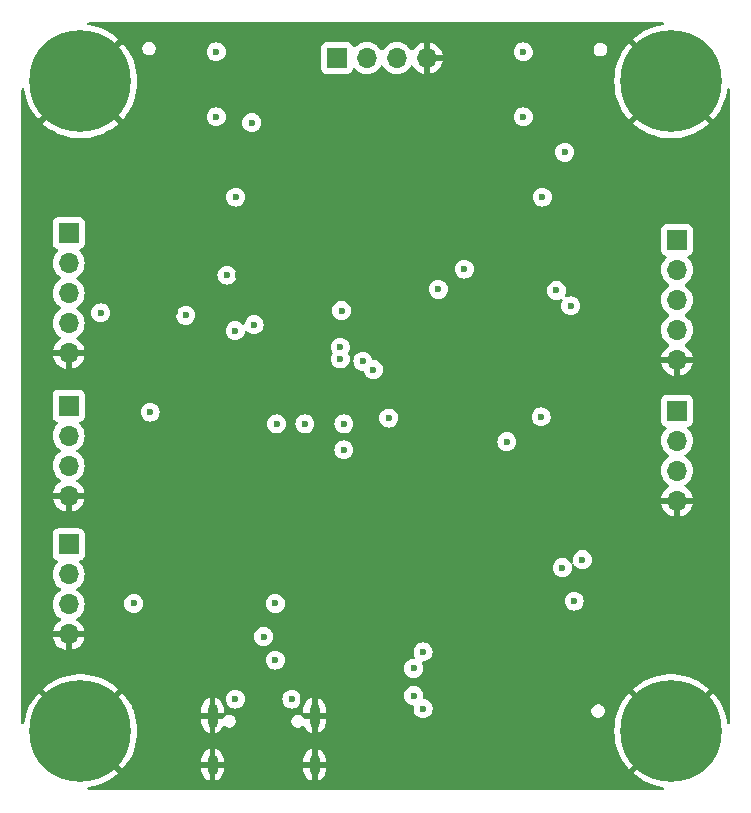
<source format=gbr>
%TF.GenerationSoftware,KiCad,Pcbnew,8.0.6*%
%TF.CreationDate,2024-12-12T23:36:56-08:00*%
%TF.ProjectId,KiCAD_MCPtest,4b694341-445f-44d4-9350-746573742e6b,rev?*%
%TF.SameCoordinates,Original*%
%TF.FileFunction,Copper,L2,Inr*%
%TF.FilePolarity,Positive*%
%FSLAX46Y46*%
G04 Gerber Fmt 4.6, Leading zero omitted, Abs format (unit mm)*
G04 Created by KiCad (PCBNEW 8.0.6) date 2024-12-12 23:36:56*
%MOMM*%
%LPD*%
G01*
G04 APERTURE LIST*
%TA.AperFunction,ComponentPad*%
%ADD10C,0.900000*%
%TD*%
%TA.AperFunction,ComponentPad*%
%ADD11C,8.600000*%
%TD*%
%TA.AperFunction,ComponentPad*%
%ADD12O,0.900000X1.700000*%
%TD*%
%TA.AperFunction,ComponentPad*%
%ADD13O,0.900000X2.000000*%
%TD*%
%TA.AperFunction,ComponentPad*%
%ADD14R,1.700000X1.700000*%
%TD*%
%TA.AperFunction,ComponentPad*%
%ADD15O,1.700000X1.700000*%
%TD*%
%TA.AperFunction,ViaPad*%
%ADD16C,0.600000*%
%TD*%
G04 APERTURE END LIST*
D10*
%TO.N,GND*%
%TO.C,H4*%
X101775000Y-103000000D03*
X102719581Y-100719581D03*
X102719581Y-105280419D03*
X105000000Y-99775000D03*
D11*
X105000000Y-103000000D03*
D10*
X105000000Y-106225000D03*
X107280419Y-100719581D03*
X107280419Y-105280419D03*
X108225000Y-103000000D03*
%TD*%
%TO.N,GND*%
%TO.C,H3*%
X151775000Y-103000000D03*
X152719581Y-100719581D03*
X152719581Y-105280419D03*
X155000000Y-99775000D03*
D11*
X155000000Y-103000000D03*
D10*
X155000000Y-106225000D03*
X157280419Y-100719581D03*
X157280419Y-105280419D03*
X158225000Y-103000000D03*
%TD*%
%TO.N,GND*%
%TO.C,H2*%
X158225000Y-48000000D03*
X157280419Y-50280419D03*
X157280419Y-45719581D03*
X155000000Y-51225000D03*
D11*
X155000000Y-48000000D03*
D10*
X155000000Y-44775000D03*
X152719581Y-50280419D03*
X152719581Y-45719581D03*
X151775000Y-48000000D03*
%TD*%
%TO.N,GND*%
%TO.C,H1*%
X101775000Y-48000000D03*
X102719581Y-45719581D03*
X102719581Y-50280419D03*
X105000000Y-44775000D03*
D11*
X105000000Y-48000000D03*
D10*
X105000000Y-51225000D03*
X107280419Y-45719581D03*
X107280419Y-50280419D03*
X108225000Y-48000000D03*
%TD*%
D12*
%TO.N,GND*%
%TO.C,P1*%
X124820000Y-105865000D03*
D13*
X124820000Y-101695000D03*
D12*
X116180000Y-105865000D03*
D13*
X116180000Y-101695000D03*
%TD*%
D14*
%TO.N,+5V*%
%TO.C,J1*%
X126700000Y-46000000D03*
D15*
%TO.N,CANH*%
X129240000Y-46000000D03*
%TO.N,CANL*%
X131780000Y-46000000D03*
%TO.N,GND*%
X134320000Y-46000000D03*
%TD*%
D14*
%TO.N,+5V*%
%TO.C,J3*%
X104000000Y-60840000D03*
D15*
%TO.N,+3V3*%
X104000000Y-63380000D03*
%TO.N,SWDIO*%
X104000000Y-65920000D03*
%TO.N,SWCLK*%
X104000000Y-68460000D03*
%TO.N,GND*%
X104000000Y-71000000D03*
%TD*%
%TO.N,GND*%
%TO.C,J5*%
X155500000Y-71580000D03*
%TO.N,SWCLK2*%
X155500000Y-69040000D03*
%TO.N,SWDIO2*%
X155500000Y-66500000D03*
%TO.N,+3V3*%
X155500000Y-63960000D03*
D14*
%TO.N,+5V*%
X155500000Y-61420000D03*
%TD*%
%TO.N,+3V3*%
%TO.C,J6*%
X155500000Y-75880000D03*
D15*
%TO.N,USART1_TX2*%
X155500000Y-78420000D03*
%TO.N,USART1_RX2*%
X155500000Y-80960000D03*
%TO.N,GND*%
X155500000Y-83500000D03*
%TD*%
D14*
%TO.N,+3V3*%
%TO.C,J4*%
X104000000Y-75460000D03*
D15*
%TO.N,USART1_TX*%
X104000000Y-78000000D03*
%TO.N,USART1_RX*%
X104000000Y-80540000D03*
%TO.N,GND*%
X104000000Y-83080000D03*
%TD*%
D14*
%TO.N,+3V3*%
%TO.C,J2*%
X104000000Y-87200000D03*
D15*
%TO.N,I2C1_SCL*%
X104000000Y-89740000D03*
%TO.N,I2C1_SDA*%
X104000000Y-92280000D03*
%TO.N,GND*%
X104000000Y-94820000D03*
%TD*%
D16*
%TO.N,+3V3*%
X113900000Y-67800000D03*
%TO.N,+5V*%
X121500000Y-92200000D03*
X118100000Y-100300000D03*
X122900000Y-100300000D03*
%TO.N,GND*%
X117900000Y-72300000D03*
X118300000Y-64400000D03*
%TO.N,+3V3*%
X117400000Y-64400000D03*
X127100000Y-67400000D03*
%TO.N,GND*%
X127000000Y-68500000D03*
X137600000Y-71400000D03*
%TO.N,SWCLK2*%
X145300000Y-65700000D03*
%TO.N,+5V*%
X118135000Y-57800000D03*
%TO.N,+3V3*%
X119500000Y-51500000D03*
%TO.N,+5V*%
X145800000Y-89175000D03*
X147500000Y-88500000D03*
X144100000Y-57800000D03*
%TO.N,GND*%
X140700000Y-86200000D03*
X140700000Y-84900000D03*
X147000000Y-68300000D03*
%TO.N,+3V3*%
X146000000Y-54000000D03*
%TO.N,GND*%
X151900000Y-61900000D03*
X143000000Y-61600000D03*
X147000000Y-52000000D03*
X141600000Y-52800000D03*
X116900000Y-57800000D03*
X121000000Y-52100000D03*
X115600000Y-52800000D03*
X108000000Y-62000000D03*
X115300000Y-64100000D03*
X116100000Y-63500000D03*
X113000000Y-67500000D03*
X110300000Y-72000000D03*
X110300000Y-71100000D03*
X113500000Y-76500000D03*
%TO.N,+3V3*%
X110900000Y-76000000D03*
X144000000Y-76400000D03*
%TO.N,GND*%
X142500000Y-77100000D03*
%TO.N,+3V3*%
X141100000Y-78500000D03*
%TO.N,GND*%
X138700000Y-76800000D03*
X133500000Y-77000000D03*
X132500000Y-77000000D03*
%TO.N,+3V3*%
X131100000Y-76500000D03*
%TO.N,GND*%
X131000000Y-74000000D03*
X130800000Y-73000000D03*
X132900000Y-68900000D03*
X133700000Y-69500000D03*
X133000000Y-68000000D03*
X132000000Y-63500000D03*
X133900000Y-66500000D03*
X138600000Y-63900000D03*
%TO.N,+3V3*%
X135300000Y-65600000D03*
%TO.N,GND*%
X135300000Y-64100000D03*
%TO.N,+3V3*%
X137500000Y-63900000D03*
X146500000Y-67000000D03*
X146800000Y-92000000D03*
%TO.N,GND*%
X117400000Y-94300000D03*
X123800000Y-100300000D03*
X121600000Y-94400000D03*
X130000000Y-88500000D03*
%TO.N,+3V3*%
X134000000Y-96300000D03*
X133200000Y-97700000D03*
X133200000Y-100000000D03*
X134000000Y-101100000D03*
%TO.N,GND*%
X137800000Y-100400000D03*
X137800000Y-99500000D03*
X137800000Y-98000000D03*
X137800000Y-96900000D03*
X144000000Y-94000000D03*
X151200000Y-93900000D03*
X149700000Y-89200000D03*
%TO.N,I2C1_SDA*%
X127300000Y-79200000D03*
X129800000Y-72400000D03*
%TO.N,I2C1_SCL*%
X127300000Y-77000000D03*
X128900000Y-71700000D03*
%TO.N,SWCLK*%
X106700000Y-67600000D03*
X119700000Y-68600000D03*
%TO.N,SWDIO*%
X118100000Y-69100000D03*
%TO.N,+3V3*%
X121600000Y-77000000D03*
X124000000Y-77000000D03*
%TO.N,GND*%
X118000000Y-76500000D03*
%TO.N,+3V3*%
X109500000Y-92200000D03*
%TO.N,USB_CONN_D-*%
X121500000Y-97000000D03*
X120500000Y-95000000D03*
%TO.N,USART1_TX*%
X127000000Y-71500000D03*
%TO.N,USART1_RX*%
X127000000Y-70500000D03*
%TO.N,CANH*%
X142500000Y-45500000D03*
X142500000Y-51000000D03*
X116500000Y-45500000D03*
X116500000Y-51000000D03*
%TD*%
%TA.AperFunction,Conductor*%
%TO.N,GND*%
G36*
X154359371Y-43019685D02*
G01*
X154405126Y-43072489D01*
X154415070Y-43141647D01*
X154386045Y-43205203D01*
X154327267Y-43242977D01*
X154314473Y-43246007D01*
X153930816Y-43315630D01*
X153515234Y-43430324D01*
X153515209Y-43430332D01*
X153111583Y-43581815D01*
X153111569Y-43581821D01*
X152723146Y-43768876D01*
X152723140Y-43768879D01*
X152353024Y-43990013D01*
X152004235Y-44243423D01*
X151786877Y-44433322D01*
X151786877Y-44433323D01*
X153666651Y-46313098D01*
X153579365Y-46380076D01*
X153380076Y-46579365D01*
X153313098Y-46666651D01*
X151432223Y-44785777D01*
X151381624Y-44838699D01*
X151381612Y-44838712D01*
X151112800Y-45175791D01*
X151112799Y-45175792D01*
X150875294Y-45535600D01*
X150670989Y-45915261D01*
X150670985Y-45915269D01*
X150501545Y-46311695D01*
X150501542Y-46311703D01*
X150368313Y-46721741D01*
X150272378Y-47142061D01*
X150214505Y-47569298D01*
X150214504Y-47569307D01*
X150195162Y-47999996D01*
X150195162Y-48000003D01*
X150214504Y-48430692D01*
X150214505Y-48430701D01*
X150272378Y-48857938D01*
X150368313Y-49278258D01*
X150501542Y-49688296D01*
X150501545Y-49688304D01*
X150670985Y-50084730D01*
X150670989Y-50084738D01*
X150875294Y-50464399D01*
X151112799Y-50824207D01*
X151112800Y-50824208D01*
X151381608Y-51161282D01*
X151432223Y-51214221D01*
X153313097Y-49333347D01*
X153380076Y-49420635D01*
X153579365Y-49619924D01*
X153666651Y-49686901D01*
X151786877Y-51566675D01*
X152004227Y-51756569D01*
X152004244Y-51756582D01*
X152353024Y-52009986D01*
X152723140Y-52231120D01*
X152723146Y-52231123D01*
X153111569Y-52418178D01*
X153111583Y-52418184D01*
X153515209Y-52569667D01*
X153515234Y-52569675D01*
X153930816Y-52684369D01*
X154355023Y-52761351D01*
X154784435Y-52799999D01*
X154784438Y-52800000D01*
X155215562Y-52800000D01*
X155215564Y-52799999D01*
X155644976Y-52761351D01*
X156069183Y-52684369D01*
X156484765Y-52569675D01*
X156484790Y-52569667D01*
X156888416Y-52418184D01*
X156888430Y-52418178D01*
X157276853Y-52231123D01*
X157276859Y-52231120D01*
X157646975Y-52009986D01*
X157995755Y-51756582D01*
X157995772Y-51756569D01*
X158213121Y-51566675D01*
X156333348Y-49686901D01*
X156420635Y-49619924D01*
X156619924Y-49420635D01*
X156686901Y-49333348D01*
X158567776Y-51214222D01*
X158618386Y-51161289D01*
X158618386Y-51161288D01*
X158887199Y-50824208D01*
X158887200Y-50824207D01*
X159124705Y-50464399D01*
X159329010Y-50084738D01*
X159329014Y-50084730D01*
X159498454Y-49688304D01*
X159498457Y-49688296D01*
X159631686Y-49278258D01*
X159727621Y-48857938D01*
X159753122Y-48669685D01*
X159781628Y-48605895D01*
X159840095Y-48567642D01*
X159909963Y-48567072D01*
X159969047Y-48604365D01*
X159998590Y-48667682D01*
X160000000Y-48686330D01*
X160000000Y-102313669D01*
X159980315Y-102380708D01*
X159927511Y-102426463D01*
X159858353Y-102436407D01*
X159794797Y-102407382D01*
X159757023Y-102348604D01*
X159753122Y-102330314D01*
X159727621Y-102142061D01*
X159631686Y-101721741D01*
X159498457Y-101311703D01*
X159498454Y-101311695D01*
X159329014Y-100915269D01*
X159329010Y-100915261D01*
X159124705Y-100535600D01*
X158887200Y-100175792D01*
X158887199Y-100175791D01*
X158618391Y-99838717D01*
X158567774Y-99785776D01*
X156686900Y-101666650D01*
X156619924Y-101579365D01*
X156420635Y-101380076D01*
X156333346Y-101313097D01*
X158213121Y-99433323D01*
X157995772Y-99243430D01*
X157995755Y-99243417D01*
X157646975Y-98990013D01*
X157276859Y-98768879D01*
X157276853Y-98768876D01*
X156888430Y-98581821D01*
X156888416Y-98581815D01*
X156484790Y-98430332D01*
X156484765Y-98430324D01*
X156069183Y-98315630D01*
X155644976Y-98238648D01*
X155215564Y-98200000D01*
X154784435Y-98200000D01*
X154355023Y-98238648D01*
X153930816Y-98315630D01*
X153515234Y-98430324D01*
X153515209Y-98430332D01*
X153111583Y-98581815D01*
X153111569Y-98581821D01*
X152723146Y-98768876D01*
X152723140Y-98768879D01*
X152353024Y-98990013D01*
X152004235Y-99243423D01*
X151786877Y-99433322D01*
X151786877Y-99433323D01*
X153666652Y-101313098D01*
X153579365Y-101380076D01*
X153380076Y-101579365D01*
X153313098Y-101666651D01*
X151432223Y-99785777D01*
X151381624Y-99838699D01*
X151381612Y-99838712D01*
X151112800Y-100175791D01*
X151112799Y-100175792D01*
X150875294Y-100535600D01*
X150670989Y-100915261D01*
X150670985Y-100915269D01*
X150501545Y-101311695D01*
X150501542Y-101311703D01*
X150368313Y-101721741D01*
X150272378Y-102142061D01*
X150214505Y-102569298D01*
X150214504Y-102569307D01*
X150195162Y-102999996D01*
X150195162Y-103000003D01*
X150214504Y-103430692D01*
X150214505Y-103430701D01*
X150272378Y-103857938D01*
X150368313Y-104278258D01*
X150501542Y-104688296D01*
X150501545Y-104688304D01*
X150670985Y-105084730D01*
X150670989Y-105084738D01*
X150875294Y-105464399D01*
X151112799Y-105824207D01*
X151112800Y-105824208D01*
X151381608Y-106161282D01*
X151432223Y-106214221D01*
X153313097Y-104333347D01*
X153380076Y-104420635D01*
X153579365Y-104619924D01*
X153666651Y-104686901D01*
X151786877Y-106566675D01*
X152004227Y-106756569D01*
X152004244Y-106756582D01*
X152353024Y-107009986D01*
X152723140Y-107231120D01*
X152723146Y-107231123D01*
X153111569Y-107418178D01*
X153111583Y-107418184D01*
X153515209Y-107569667D01*
X153515234Y-107569675D01*
X153930816Y-107684369D01*
X154314473Y-107753993D01*
X154376920Y-107785331D01*
X154412511Y-107845457D01*
X154409946Y-107915279D01*
X154370040Y-107972631D01*
X154305461Y-107999303D01*
X154292332Y-108000000D01*
X105707668Y-108000000D01*
X105640629Y-107980315D01*
X105594874Y-107927511D01*
X105584930Y-107858353D01*
X105613955Y-107794797D01*
X105672733Y-107757023D01*
X105685527Y-107753993D01*
X106069183Y-107684369D01*
X106484765Y-107569675D01*
X106484790Y-107569667D01*
X106888416Y-107418184D01*
X106888430Y-107418178D01*
X107276853Y-107231123D01*
X107276859Y-107231120D01*
X107646975Y-107009986D01*
X107995755Y-106756582D01*
X107995772Y-106756569D01*
X108213121Y-106566675D01*
X106333348Y-104686901D01*
X106420635Y-104619924D01*
X106619924Y-104420635D01*
X106686901Y-104333347D01*
X108567775Y-106214222D01*
X108567776Y-106214222D01*
X108618386Y-106161289D01*
X108618386Y-106161288D01*
X108887199Y-105824208D01*
X108887200Y-105824207D01*
X109124705Y-105464399D01*
X109174735Y-105371428D01*
X115230000Y-105371428D01*
X115230000Y-105615000D01*
X115880000Y-105615000D01*
X115880000Y-106115000D01*
X115230000Y-106115000D01*
X115230000Y-106358571D01*
X115266506Y-106542097D01*
X115266508Y-106542105D01*
X115338119Y-106714991D01*
X115338124Y-106715000D01*
X115442086Y-106870589D01*
X115442089Y-106870593D01*
X115574406Y-107002910D01*
X115574410Y-107002913D01*
X115729999Y-107106875D01*
X115730012Y-107106882D01*
X115902889Y-107178489D01*
X115902896Y-107178491D01*
X115930000Y-107183882D01*
X115930000Y-106431988D01*
X115939940Y-106449205D01*
X115995795Y-106505060D01*
X116064204Y-106544556D01*
X116140504Y-106565000D01*
X116219496Y-106565000D01*
X116295796Y-106544556D01*
X116364205Y-106505060D01*
X116420060Y-106449205D01*
X116430000Y-106431988D01*
X116430000Y-107183881D01*
X116457103Y-107178491D01*
X116457110Y-107178489D01*
X116629987Y-107106882D01*
X116630000Y-107106875D01*
X116785589Y-107002913D01*
X116785593Y-107002910D01*
X116917910Y-106870593D01*
X116917913Y-106870589D01*
X117021875Y-106715000D01*
X117021880Y-106714991D01*
X117093491Y-106542105D01*
X117093493Y-106542097D01*
X117129999Y-106358571D01*
X117130000Y-106358569D01*
X117130000Y-106115000D01*
X116480000Y-106115000D01*
X116480000Y-105615000D01*
X117130000Y-105615000D01*
X117130000Y-105371430D01*
X117129999Y-105371428D01*
X123870000Y-105371428D01*
X123870000Y-105615000D01*
X124520000Y-105615000D01*
X124520000Y-106115000D01*
X123870000Y-106115000D01*
X123870000Y-106358571D01*
X123906506Y-106542097D01*
X123906508Y-106542105D01*
X123978119Y-106714991D01*
X123978124Y-106715000D01*
X124082086Y-106870589D01*
X124082089Y-106870593D01*
X124214406Y-107002910D01*
X124214410Y-107002913D01*
X124369999Y-107106875D01*
X124370012Y-107106882D01*
X124542889Y-107178489D01*
X124542896Y-107178491D01*
X124570000Y-107183882D01*
X124570000Y-106431988D01*
X124579940Y-106449205D01*
X124635795Y-106505060D01*
X124704204Y-106544556D01*
X124780504Y-106565000D01*
X124859496Y-106565000D01*
X124935796Y-106544556D01*
X125004205Y-106505060D01*
X125060060Y-106449205D01*
X125070000Y-106431988D01*
X125070000Y-107183881D01*
X125097103Y-107178491D01*
X125097110Y-107178489D01*
X125269987Y-107106882D01*
X125270000Y-107106875D01*
X125425589Y-107002913D01*
X125425593Y-107002910D01*
X125557910Y-106870593D01*
X125557913Y-106870589D01*
X125661875Y-106715000D01*
X125661880Y-106714991D01*
X125733491Y-106542105D01*
X125733493Y-106542097D01*
X125769999Y-106358571D01*
X125770000Y-106358569D01*
X125770000Y-106115000D01*
X125120000Y-106115000D01*
X125120000Y-105615000D01*
X125770000Y-105615000D01*
X125770000Y-105371430D01*
X125769999Y-105371428D01*
X125733493Y-105187902D01*
X125733491Y-105187894D01*
X125661880Y-105015008D01*
X125661875Y-105014999D01*
X125557913Y-104859410D01*
X125557910Y-104859406D01*
X125425593Y-104727089D01*
X125425589Y-104727086D01*
X125270000Y-104623124D01*
X125269991Y-104623119D01*
X125097103Y-104551507D01*
X125097100Y-104551506D01*
X125070000Y-104546115D01*
X125070000Y-105298011D01*
X125060060Y-105280795D01*
X125004205Y-105224940D01*
X124935796Y-105185444D01*
X124859496Y-105165000D01*
X124780504Y-105165000D01*
X124704204Y-105185444D01*
X124635795Y-105224940D01*
X124579940Y-105280795D01*
X124570000Y-105298011D01*
X124570000Y-104546116D01*
X124569999Y-104546115D01*
X124542899Y-104551506D01*
X124542896Y-104551507D01*
X124370008Y-104623119D01*
X124369999Y-104623124D01*
X124214410Y-104727086D01*
X124214406Y-104727089D01*
X124082089Y-104859406D01*
X124082086Y-104859410D01*
X123978124Y-105014999D01*
X123978119Y-105015008D01*
X123906508Y-105187894D01*
X123906506Y-105187902D01*
X123870000Y-105371428D01*
X117129999Y-105371428D01*
X117093493Y-105187902D01*
X117093491Y-105187894D01*
X117021880Y-105015008D01*
X117021875Y-105014999D01*
X116917913Y-104859410D01*
X116917910Y-104859406D01*
X116785593Y-104727089D01*
X116785589Y-104727086D01*
X116630000Y-104623124D01*
X116629991Y-104623119D01*
X116457103Y-104551507D01*
X116457100Y-104551506D01*
X116430000Y-104546115D01*
X116430000Y-105298011D01*
X116420060Y-105280795D01*
X116364205Y-105224940D01*
X116295796Y-105185444D01*
X116219496Y-105165000D01*
X116140504Y-105165000D01*
X116064204Y-105185444D01*
X115995795Y-105224940D01*
X115939940Y-105280795D01*
X115930000Y-105298011D01*
X115930000Y-104546116D01*
X115929999Y-104546115D01*
X115902899Y-104551506D01*
X115902896Y-104551507D01*
X115730008Y-104623119D01*
X115729999Y-104623124D01*
X115574410Y-104727086D01*
X115574406Y-104727089D01*
X115442089Y-104859406D01*
X115442086Y-104859410D01*
X115338124Y-105014999D01*
X115338119Y-105015008D01*
X115266508Y-105187894D01*
X115266506Y-105187902D01*
X115230000Y-105371428D01*
X109174735Y-105371428D01*
X109329010Y-105084738D01*
X109329014Y-105084730D01*
X109498454Y-104688304D01*
X109498457Y-104688296D01*
X109631686Y-104278258D01*
X109727621Y-103857938D01*
X109785494Y-103430701D01*
X109785495Y-103430692D01*
X109804838Y-103000003D01*
X109804838Y-102999996D01*
X109785495Y-102569307D01*
X109785494Y-102569298D01*
X109727621Y-102142061D01*
X109631686Y-101721741D01*
X109498457Y-101311703D01*
X109498454Y-101311695D01*
X109387211Y-101051428D01*
X115230000Y-101051428D01*
X115230000Y-101445000D01*
X115880000Y-101445000D01*
X115880000Y-101945000D01*
X115230000Y-101945000D01*
X115230000Y-102338571D01*
X115266506Y-102522097D01*
X115266508Y-102522105D01*
X115338119Y-102694991D01*
X115338124Y-102695000D01*
X115442086Y-102850589D01*
X115442089Y-102850593D01*
X115574406Y-102982910D01*
X115574410Y-102982913D01*
X115729999Y-103086875D01*
X115730012Y-103086882D01*
X115902889Y-103158489D01*
X115902896Y-103158491D01*
X115930000Y-103163882D01*
X115930000Y-102411988D01*
X115939940Y-102429205D01*
X115995795Y-102485060D01*
X116064204Y-102524556D01*
X116140504Y-102545000D01*
X116219496Y-102545000D01*
X116295796Y-102524556D01*
X116364205Y-102485060D01*
X116420060Y-102429205D01*
X116430000Y-102411988D01*
X116430000Y-103163881D01*
X116457103Y-103158491D01*
X116457110Y-103158489D01*
X116629987Y-103086882D01*
X116630000Y-103086875D01*
X116785589Y-102982913D01*
X116785593Y-102982910D01*
X116917910Y-102850593D01*
X116917913Y-102850589D01*
X117021875Y-102695000D01*
X117021882Y-102694987D01*
X117047396Y-102633391D01*
X117091236Y-102578987D01*
X117157531Y-102556922D01*
X117225230Y-102574201D01*
X117249638Y-102593162D01*
X117271985Y-102615509D01*
X117271986Y-102615510D01*
X117271988Y-102615511D01*
X117397511Y-102687982D01*
X117397512Y-102687982D01*
X117397515Y-102687984D01*
X117537525Y-102725500D01*
X117537528Y-102725500D01*
X117682472Y-102725500D01*
X117682475Y-102725500D01*
X117822485Y-102687984D01*
X117948015Y-102615509D01*
X118050509Y-102513015D01*
X118122984Y-102387485D01*
X118160500Y-102247475D01*
X118160500Y-102102525D01*
X122839500Y-102102525D01*
X122839500Y-102247475D01*
X122866598Y-102348604D01*
X122877017Y-102387488D01*
X122949488Y-102513011D01*
X122949490Y-102513013D01*
X122949491Y-102513015D01*
X123051985Y-102615509D01*
X123051986Y-102615510D01*
X123051988Y-102615511D01*
X123177511Y-102687982D01*
X123177512Y-102687982D01*
X123177515Y-102687984D01*
X123317525Y-102725500D01*
X123317528Y-102725500D01*
X123462472Y-102725500D01*
X123462475Y-102725500D01*
X123602485Y-102687984D01*
X123728015Y-102615509D01*
X123750363Y-102593160D01*
X123811682Y-102559677D01*
X123881373Y-102564660D01*
X123937308Y-102606531D01*
X123952603Y-102633389D01*
X123978121Y-102694994D01*
X123978124Y-102695000D01*
X124082086Y-102850589D01*
X124082089Y-102850593D01*
X124214406Y-102982910D01*
X124214410Y-102982913D01*
X124369999Y-103086875D01*
X124370012Y-103086882D01*
X124542889Y-103158489D01*
X124542896Y-103158491D01*
X124570000Y-103163882D01*
X124570000Y-102411988D01*
X124579940Y-102429205D01*
X124635795Y-102485060D01*
X124704204Y-102524556D01*
X124780504Y-102545000D01*
X124859496Y-102545000D01*
X124935796Y-102524556D01*
X125004205Y-102485060D01*
X125060060Y-102429205D01*
X125070000Y-102411988D01*
X125070000Y-103163881D01*
X125097103Y-103158491D01*
X125097110Y-103158489D01*
X125269987Y-103086882D01*
X125270000Y-103086875D01*
X125425589Y-102982913D01*
X125425593Y-102982910D01*
X125557910Y-102850593D01*
X125557913Y-102850589D01*
X125661875Y-102695000D01*
X125661880Y-102694991D01*
X125733491Y-102522105D01*
X125733493Y-102522097D01*
X125769999Y-102338571D01*
X125770000Y-102338569D01*
X125770000Y-101945000D01*
X125120000Y-101945000D01*
X125120000Y-101445000D01*
X125770000Y-101445000D01*
X125770000Y-101051430D01*
X125769999Y-101051428D01*
X125733493Y-100867902D01*
X125733491Y-100867894D01*
X125661880Y-100695008D01*
X125661875Y-100694999D01*
X125557913Y-100539410D01*
X125557910Y-100539406D01*
X125425593Y-100407089D01*
X125425589Y-100407086D01*
X125270000Y-100303124D01*
X125269991Y-100303119D01*
X125097103Y-100231507D01*
X125097100Y-100231506D01*
X125070000Y-100226115D01*
X125070000Y-100978011D01*
X125060060Y-100960795D01*
X125004205Y-100904940D01*
X124935796Y-100865444D01*
X124859496Y-100845000D01*
X124780504Y-100845000D01*
X124704204Y-100865444D01*
X124635795Y-100904940D01*
X124579940Y-100960795D01*
X124570000Y-100978011D01*
X124570000Y-100226116D01*
X124569999Y-100226115D01*
X124542899Y-100231506D01*
X124542896Y-100231507D01*
X124370008Y-100303119D01*
X124369999Y-100303124D01*
X124214410Y-100407086D01*
X124214406Y-100407089D01*
X124082089Y-100539406D01*
X124082086Y-100539410D01*
X123978124Y-100694999D01*
X123978119Y-100695008D01*
X123906508Y-100867894D01*
X123906506Y-100867902D01*
X123870000Y-101051428D01*
X123870000Y-101445000D01*
X124520000Y-101445000D01*
X124520000Y-101945000D01*
X123964463Y-101945000D01*
X123897424Y-101925315D01*
X123857076Y-101883000D01*
X123851612Y-101873536D01*
X123830509Y-101836985D01*
X123728015Y-101734491D01*
X123728013Y-101734490D01*
X123728011Y-101734488D01*
X123602488Y-101662017D01*
X123602489Y-101662017D01*
X123591006Y-101658940D01*
X123462475Y-101624500D01*
X123317525Y-101624500D01*
X123188993Y-101658940D01*
X123177511Y-101662017D01*
X123051988Y-101734488D01*
X123051982Y-101734493D01*
X122949493Y-101836982D01*
X122949488Y-101836988D01*
X122877017Y-101962511D01*
X122877016Y-101962515D01*
X122839500Y-102102525D01*
X118160500Y-102102525D01*
X118122984Y-101962515D01*
X118104913Y-101931216D01*
X118050511Y-101836988D01*
X118050506Y-101836982D01*
X117948017Y-101734493D01*
X117948011Y-101734488D01*
X117822488Y-101662017D01*
X117822489Y-101662017D01*
X117811006Y-101658940D01*
X117682475Y-101624500D01*
X117537525Y-101624500D01*
X117408993Y-101658940D01*
X117397511Y-101662017D01*
X117271988Y-101734488D01*
X117271982Y-101734493D01*
X117169493Y-101836982D01*
X117169489Y-101836988D01*
X117142924Y-101883000D01*
X117092357Y-101931216D01*
X117035537Y-101945000D01*
X116480000Y-101945000D01*
X116480000Y-101445000D01*
X117130000Y-101445000D01*
X117130000Y-101051430D01*
X117129999Y-101051428D01*
X117093493Y-100867902D01*
X117093491Y-100867894D01*
X117021880Y-100695008D01*
X117021875Y-100694999D01*
X116917913Y-100539410D01*
X116917910Y-100539406D01*
X116785593Y-100407089D01*
X116785589Y-100407086D01*
X116630000Y-100303124D01*
X116629991Y-100303119D01*
X116622451Y-100299996D01*
X117294435Y-100299996D01*
X117294435Y-100300003D01*
X117314630Y-100479249D01*
X117314631Y-100479254D01*
X117374211Y-100649523D01*
X117437646Y-100750478D01*
X117470184Y-100802262D01*
X117597738Y-100929816D01*
X117750478Y-101025789D01*
X117901469Y-101078623D01*
X117920745Y-101085368D01*
X117920750Y-101085369D01*
X118099996Y-101105565D01*
X118100000Y-101105565D01*
X118100004Y-101105565D01*
X118279249Y-101085369D01*
X118279252Y-101085368D01*
X118279255Y-101085368D01*
X118449522Y-101025789D01*
X118602262Y-100929816D01*
X118729816Y-100802262D01*
X118825789Y-100649522D01*
X118885368Y-100479255D01*
X118893499Y-100407089D01*
X118905565Y-100300003D01*
X118905565Y-100299996D01*
X122094435Y-100299996D01*
X122094435Y-100300003D01*
X122114630Y-100479249D01*
X122114631Y-100479254D01*
X122174211Y-100649523D01*
X122237646Y-100750478D01*
X122270184Y-100802262D01*
X122397738Y-100929816D01*
X122550478Y-101025789D01*
X122701469Y-101078623D01*
X122720745Y-101085368D01*
X122720750Y-101085369D01*
X122899996Y-101105565D01*
X122900000Y-101105565D01*
X122900004Y-101105565D01*
X123079249Y-101085369D01*
X123079252Y-101085368D01*
X123079255Y-101085368D01*
X123249522Y-101025789D01*
X123402262Y-100929816D01*
X123529816Y-100802262D01*
X123625789Y-100649522D01*
X123685368Y-100479255D01*
X123693499Y-100407089D01*
X123705565Y-100300003D01*
X123705565Y-100299996D01*
X123685369Y-100120750D01*
X123685368Y-100120745D01*
X123643116Y-99999996D01*
X132394435Y-99999996D01*
X132394435Y-100000003D01*
X132414630Y-100179249D01*
X132414631Y-100179254D01*
X132474211Y-100349523D01*
X132550028Y-100470184D01*
X132570184Y-100502262D01*
X132697738Y-100629816D01*
X132850478Y-100725789D01*
X133020745Y-100785368D01*
X133020750Y-100785369D01*
X133086330Y-100792757D01*
X133104041Y-100794753D01*
X133168455Y-100821819D01*
X133208011Y-100879413D01*
X133213379Y-100931856D01*
X133194435Y-101099996D01*
X133194435Y-101100003D01*
X133214630Y-101279249D01*
X133214631Y-101279254D01*
X133274211Y-101449523D01*
X133319362Y-101521380D01*
X133370184Y-101602262D01*
X133497738Y-101729816D01*
X133650478Y-101825789D01*
X133786931Y-101873536D01*
X133820745Y-101885368D01*
X133820750Y-101885369D01*
X133999996Y-101905565D01*
X134000000Y-101905565D01*
X134000004Y-101905565D01*
X134179249Y-101885369D01*
X134179252Y-101885368D01*
X134179255Y-101885368D01*
X134349522Y-101825789D01*
X134502262Y-101729816D01*
X134629816Y-101602262D01*
X134725789Y-101449522D01*
X134785368Y-101279255D01*
X134791538Y-101224493D01*
X148250464Y-101224493D01*
X148250464Y-101375507D01*
X148269085Y-101445000D01*
X148289551Y-101521380D01*
X148336249Y-101602262D01*
X148365057Y-101652159D01*
X148471841Y-101758943D01*
X148563767Y-101812016D01*
X148602619Y-101834448D01*
X148602620Y-101834448D01*
X148602623Y-101834450D01*
X148748493Y-101873536D01*
X148899504Y-101873536D01*
X148899507Y-101873536D01*
X149045377Y-101834450D01*
X149176159Y-101758943D01*
X149282943Y-101652159D01*
X149358450Y-101521377D01*
X149397536Y-101375507D01*
X149400000Y-101300000D01*
X149397536Y-101224493D01*
X149358450Y-101078623D01*
X149282943Y-100947841D01*
X149176159Y-100841057D01*
X149108964Y-100802262D01*
X149045380Y-100765551D01*
X149045381Y-100765551D01*
X149033419Y-100762345D01*
X148899507Y-100726464D01*
X148899504Y-100726464D01*
X148748496Y-100726464D01*
X148748493Y-100726464D01*
X148614580Y-100762345D01*
X148602619Y-100765551D01*
X148471844Y-100841055D01*
X148471838Y-100841059D01*
X148365059Y-100947838D01*
X148365055Y-100947844D01*
X148289551Y-101078619D01*
X148289550Y-101078623D01*
X148250464Y-101224493D01*
X134791538Y-101224493D01*
X134805565Y-101100000D01*
X134803916Y-101085369D01*
X134785369Y-100920750D01*
X134785368Y-100920745D01*
X134737998Y-100785369D01*
X134725789Y-100750478D01*
X134629816Y-100597738D01*
X134502262Y-100470184D01*
X134349523Y-100374211D01*
X134179254Y-100314631D01*
X134179249Y-100314630D01*
X134095957Y-100305246D01*
X134031543Y-100278180D01*
X133991987Y-100220585D01*
X133986620Y-100168142D01*
X134005565Y-100000002D01*
X134005565Y-99999996D01*
X133985369Y-99820750D01*
X133985368Y-99820745D01*
X133925789Y-99650478D01*
X133829816Y-99497738D01*
X133702262Y-99370184D01*
X133549523Y-99274211D01*
X133379254Y-99214631D01*
X133379249Y-99214630D01*
X133200004Y-99194435D01*
X133199996Y-99194435D01*
X133020750Y-99214630D01*
X133020745Y-99214631D01*
X132850476Y-99274211D01*
X132697737Y-99370184D01*
X132570184Y-99497737D01*
X132474211Y-99650476D01*
X132414631Y-99820745D01*
X132414630Y-99820750D01*
X132394435Y-99999996D01*
X123643116Y-99999996D01*
X123625789Y-99950478D01*
X123529816Y-99797738D01*
X123402262Y-99670184D01*
X123370897Y-99650476D01*
X123249523Y-99574211D01*
X123079254Y-99514631D01*
X123079249Y-99514630D01*
X122900004Y-99494435D01*
X122899996Y-99494435D01*
X122720750Y-99514630D01*
X122720745Y-99514631D01*
X122550476Y-99574211D01*
X122397737Y-99670184D01*
X122270184Y-99797737D01*
X122174211Y-99950476D01*
X122114631Y-100120745D01*
X122114630Y-100120750D01*
X122094435Y-100299996D01*
X118905565Y-100299996D01*
X118885369Y-100120750D01*
X118885368Y-100120745D01*
X118825789Y-99950478D01*
X118729816Y-99797738D01*
X118602262Y-99670184D01*
X118570897Y-99650476D01*
X118449523Y-99574211D01*
X118279254Y-99514631D01*
X118279249Y-99514630D01*
X118100004Y-99494435D01*
X118099996Y-99494435D01*
X117920750Y-99514630D01*
X117920745Y-99514631D01*
X117750476Y-99574211D01*
X117597737Y-99670184D01*
X117470184Y-99797737D01*
X117374211Y-99950476D01*
X117314631Y-100120745D01*
X117314630Y-100120750D01*
X117294435Y-100299996D01*
X116622451Y-100299996D01*
X116457103Y-100231507D01*
X116457100Y-100231506D01*
X116430000Y-100226115D01*
X116430000Y-100978011D01*
X116420060Y-100960795D01*
X116364205Y-100904940D01*
X116295796Y-100865444D01*
X116219496Y-100845000D01*
X116140504Y-100845000D01*
X116064204Y-100865444D01*
X115995795Y-100904940D01*
X115939940Y-100960795D01*
X115930000Y-100978011D01*
X115930000Y-100226116D01*
X115929999Y-100226115D01*
X115902899Y-100231506D01*
X115902896Y-100231507D01*
X115730008Y-100303119D01*
X115729999Y-100303124D01*
X115574410Y-100407086D01*
X115574406Y-100407089D01*
X115442089Y-100539406D01*
X115442086Y-100539410D01*
X115338124Y-100694999D01*
X115338119Y-100695008D01*
X115266508Y-100867894D01*
X115266506Y-100867902D01*
X115230000Y-101051428D01*
X109387211Y-101051428D01*
X109329014Y-100915269D01*
X109329010Y-100915261D01*
X109124705Y-100535600D01*
X108887200Y-100175792D01*
X108887199Y-100175791D01*
X108618391Y-99838717D01*
X108567774Y-99785776D01*
X106686900Y-101666650D01*
X106619924Y-101579365D01*
X106420635Y-101380076D01*
X106333346Y-101313097D01*
X108213121Y-99433323D01*
X107995772Y-99243430D01*
X107995755Y-99243417D01*
X107646975Y-98990013D01*
X107276859Y-98768879D01*
X107276853Y-98768876D01*
X106888430Y-98581821D01*
X106888416Y-98581815D01*
X106484790Y-98430332D01*
X106484765Y-98430324D01*
X106069183Y-98315630D01*
X105644976Y-98238648D01*
X105215564Y-98200000D01*
X104784435Y-98200000D01*
X104355023Y-98238648D01*
X103930816Y-98315630D01*
X103515234Y-98430324D01*
X103515209Y-98430332D01*
X103111583Y-98581815D01*
X103111569Y-98581821D01*
X102723146Y-98768876D01*
X102723140Y-98768879D01*
X102353024Y-98990013D01*
X102004235Y-99243423D01*
X101786877Y-99433322D01*
X101786877Y-99433323D01*
X103666652Y-101313098D01*
X103579365Y-101380076D01*
X103380076Y-101579365D01*
X103313098Y-101666651D01*
X101432224Y-99785777D01*
X101432223Y-99785777D01*
X101381624Y-99838699D01*
X101381612Y-99838712D01*
X101112800Y-100175791D01*
X101112799Y-100175792D01*
X100875294Y-100535600D01*
X100670989Y-100915261D01*
X100670985Y-100915269D01*
X100501545Y-101311695D01*
X100501542Y-101311703D01*
X100368313Y-101721741D01*
X100272378Y-102142061D01*
X100246878Y-102330314D01*
X100218372Y-102394104D01*
X100159904Y-102432357D01*
X100090037Y-102432927D01*
X100030953Y-102395634D01*
X100001410Y-102332317D01*
X100000000Y-102313669D01*
X100000000Y-96999996D01*
X120694435Y-96999996D01*
X120694435Y-97000003D01*
X120714630Y-97179249D01*
X120714631Y-97179254D01*
X120774211Y-97349523D01*
X120870184Y-97502262D01*
X120997738Y-97629816D01*
X121150478Y-97725789D01*
X121320745Y-97785368D01*
X121320750Y-97785369D01*
X121499996Y-97805565D01*
X121500000Y-97805565D01*
X121500004Y-97805565D01*
X121679249Y-97785369D01*
X121679252Y-97785368D01*
X121679255Y-97785368D01*
X121849522Y-97725789D01*
X121890571Y-97699996D01*
X132394435Y-97699996D01*
X132394435Y-97700003D01*
X132414630Y-97879249D01*
X132414631Y-97879254D01*
X132474211Y-98049523D01*
X132568763Y-98200000D01*
X132570184Y-98202262D01*
X132697738Y-98329816D01*
X132850478Y-98425789D01*
X133020745Y-98485368D01*
X133020750Y-98485369D01*
X133199996Y-98505565D01*
X133200000Y-98505565D01*
X133200004Y-98505565D01*
X133379249Y-98485369D01*
X133379252Y-98485368D01*
X133379255Y-98485368D01*
X133549522Y-98425789D01*
X133702262Y-98329816D01*
X133829816Y-98202262D01*
X133925789Y-98049522D01*
X133985368Y-97879255D01*
X133993671Y-97805565D01*
X134005565Y-97700003D01*
X134005565Y-97699996D01*
X133985369Y-97520750D01*
X133985368Y-97520745D01*
X133925788Y-97350475D01*
X133891268Y-97295538D01*
X133872267Y-97228301D01*
X133892634Y-97161466D01*
X133945902Y-97116251D01*
X133996261Y-97105565D01*
X134000004Y-97105565D01*
X134179249Y-97085369D01*
X134179252Y-97085368D01*
X134179255Y-97085368D01*
X134349522Y-97025789D01*
X134502262Y-96929816D01*
X134629816Y-96802262D01*
X134725789Y-96649522D01*
X134785368Y-96479255D01*
X134785369Y-96479249D01*
X134805565Y-96300003D01*
X134805565Y-96299996D01*
X134785369Y-96120750D01*
X134785368Y-96120745D01*
X134725788Y-95950476D01*
X134629815Y-95797737D01*
X134502262Y-95670184D01*
X134349523Y-95574211D01*
X134179254Y-95514631D01*
X134179249Y-95514630D01*
X134000004Y-95494435D01*
X133999996Y-95494435D01*
X133820750Y-95514630D01*
X133820745Y-95514631D01*
X133650476Y-95574211D01*
X133497737Y-95670184D01*
X133370184Y-95797737D01*
X133274211Y-95950476D01*
X133214631Y-96120745D01*
X133214630Y-96120750D01*
X133194435Y-96299996D01*
X133194435Y-96300003D01*
X133214630Y-96479249D01*
X133214631Y-96479254D01*
X133274211Y-96649524D01*
X133308732Y-96704462D01*
X133327733Y-96771699D01*
X133307366Y-96838534D01*
X133254098Y-96883749D01*
X133203739Y-96894435D01*
X133199996Y-96894435D01*
X133020750Y-96914630D01*
X133020745Y-96914631D01*
X132850476Y-96974211D01*
X132697737Y-97070184D01*
X132570184Y-97197737D01*
X132474211Y-97350476D01*
X132414631Y-97520745D01*
X132414630Y-97520750D01*
X132394435Y-97699996D01*
X121890571Y-97699996D01*
X122002262Y-97629816D01*
X122129816Y-97502262D01*
X122225789Y-97349522D01*
X122285368Y-97179255D01*
X122285369Y-97179249D01*
X122305565Y-97000003D01*
X122305565Y-96999996D01*
X122285369Y-96820750D01*
X122285368Y-96820745D01*
X122225789Y-96650478D01*
X122225188Y-96649522D01*
X122129815Y-96497737D01*
X122002262Y-96370184D01*
X121849523Y-96274211D01*
X121679254Y-96214631D01*
X121679249Y-96214630D01*
X121500004Y-96194435D01*
X121499996Y-96194435D01*
X121320750Y-96214630D01*
X121320745Y-96214631D01*
X121150476Y-96274211D01*
X120997737Y-96370184D01*
X120870184Y-96497737D01*
X120774211Y-96650476D01*
X120714631Y-96820745D01*
X120714630Y-96820750D01*
X120694435Y-96999996D01*
X100000000Y-96999996D01*
X100000000Y-89739999D01*
X102644341Y-89739999D01*
X102644341Y-89740000D01*
X102664936Y-89975403D01*
X102664938Y-89975413D01*
X102726094Y-90203655D01*
X102726096Y-90203659D01*
X102726097Y-90203663D01*
X102825965Y-90417830D01*
X102825967Y-90417834D01*
X102961501Y-90611395D01*
X102961506Y-90611402D01*
X103128597Y-90778493D01*
X103128603Y-90778498D01*
X103314158Y-90908425D01*
X103357783Y-90963002D01*
X103364977Y-91032500D01*
X103333454Y-91094855D01*
X103314158Y-91111575D01*
X103128597Y-91241505D01*
X102961505Y-91408597D01*
X102825965Y-91602169D01*
X102825964Y-91602171D01*
X102726098Y-91816335D01*
X102726094Y-91816344D01*
X102664938Y-92044586D01*
X102664936Y-92044596D01*
X102644341Y-92279999D01*
X102644341Y-92280000D01*
X102664936Y-92515403D01*
X102664938Y-92515413D01*
X102726094Y-92743655D01*
X102726096Y-92743659D01*
X102726097Y-92743663D01*
X102766271Y-92829816D01*
X102825965Y-92957830D01*
X102825967Y-92957834D01*
X102961501Y-93151395D01*
X102961506Y-93151402D01*
X103128597Y-93318493D01*
X103128603Y-93318498D01*
X103314594Y-93448730D01*
X103358219Y-93503307D01*
X103365413Y-93572805D01*
X103333890Y-93635160D01*
X103314595Y-93651880D01*
X103128922Y-93781890D01*
X103128920Y-93781891D01*
X102961891Y-93948920D01*
X102961886Y-93948926D01*
X102826400Y-94142420D01*
X102826399Y-94142422D01*
X102726570Y-94356507D01*
X102726567Y-94356513D01*
X102669364Y-94569999D01*
X102669364Y-94570000D01*
X103566988Y-94570000D01*
X103534075Y-94627007D01*
X103500000Y-94754174D01*
X103500000Y-94885826D01*
X103534075Y-95012993D01*
X103566988Y-95070000D01*
X102669364Y-95070000D01*
X102726567Y-95283486D01*
X102726570Y-95283492D01*
X102826399Y-95497578D01*
X102961894Y-95691082D01*
X103128917Y-95858105D01*
X103322421Y-95993600D01*
X103536507Y-96093429D01*
X103536516Y-96093433D01*
X103750000Y-96150634D01*
X103750000Y-95253012D01*
X103807007Y-95285925D01*
X103934174Y-95320000D01*
X104065826Y-95320000D01*
X104192993Y-95285925D01*
X104250000Y-95253012D01*
X104250000Y-96150633D01*
X104463483Y-96093433D01*
X104463492Y-96093429D01*
X104677578Y-95993600D01*
X104871082Y-95858105D01*
X105038105Y-95691082D01*
X105173600Y-95497578D01*
X105273429Y-95283492D01*
X105273432Y-95283486D01*
X105330636Y-95070000D01*
X104433012Y-95070000D01*
X104465925Y-95012993D01*
X104469408Y-94999996D01*
X119694435Y-94999996D01*
X119694435Y-95000003D01*
X119714630Y-95179249D01*
X119714631Y-95179254D01*
X119774211Y-95349523D01*
X119865266Y-95494435D01*
X119870184Y-95502262D01*
X119997738Y-95629816D01*
X120150478Y-95725789D01*
X120320745Y-95785368D01*
X120320750Y-95785369D01*
X120499996Y-95805565D01*
X120500000Y-95805565D01*
X120500004Y-95805565D01*
X120679249Y-95785369D01*
X120679252Y-95785368D01*
X120679255Y-95785368D01*
X120849522Y-95725789D01*
X121002262Y-95629816D01*
X121129816Y-95502262D01*
X121225789Y-95349522D01*
X121285368Y-95179255D01*
X121305565Y-95000000D01*
X121285368Y-94820745D01*
X121225789Y-94650478D01*
X121129816Y-94497738D01*
X121002262Y-94370184D01*
X120922395Y-94320000D01*
X120849523Y-94274211D01*
X120679254Y-94214631D01*
X120679249Y-94214630D01*
X120500004Y-94194435D01*
X120499996Y-94194435D01*
X120320750Y-94214630D01*
X120320745Y-94214631D01*
X120150476Y-94274211D01*
X119997737Y-94370184D01*
X119870184Y-94497737D01*
X119774211Y-94650476D01*
X119714631Y-94820745D01*
X119714630Y-94820750D01*
X119694435Y-94999996D01*
X104469408Y-94999996D01*
X104500000Y-94885826D01*
X104500000Y-94754174D01*
X104465925Y-94627007D01*
X104433012Y-94570000D01*
X105330636Y-94570000D01*
X105330635Y-94569999D01*
X105273432Y-94356513D01*
X105273429Y-94356507D01*
X105173600Y-94142422D01*
X105173599Y-94142420D01*
X105038113Y-93948926D01*
X105038108Y-93948920D01*
X104871078Y-93781890D01*
X104685405Y-93651879D01*
X104641780Y-93597302D01*
X104634588Y-93527804D01*
X104666110Y-93465449D01*
X104685406Y-93448730D01*
X104871401Y-93318495D01*
X105038495Y-93151401D01*
X105174035Y-92957830D01*
X105273903Y-92743663D01*
X105335063Y-92515408D01*
X105355659Y-92280000D01*
X105348659Y-92199996D01*
X108694435Y-92199996D01*
X108694435Y-92200003D01*
X108714630Y-92379249D01*
X108714631Y-92379254D01*
X108774211Y-92549523D01*
X108824662Y-92629815D01*
X108870184Y-92702262D01*
X108997738Y-92829816D01*
X109150478Y-92925789D01*
X109320745Y-92985368D01*
X109320750Y-92985369D01*
X109499996Y-93005565D01*
X109500000Y-93005565D01*
X109500004Y-93005565D01*
X109679249Y-92985369D01*
X109679252Y-92985368D01*
X109679255Y-92985368D01*
X109849522Y-92925789D01*
X110002262Y-92829816D01*
X110129816Y-92702262D01*
X110225789Y-92549522D01*
X110285368Y-92379255D01*
X110288718Y-92349522D01*
X110305565Y-92200003D01*
X110305565Y-92199996D01*
X120694435Y-92199996D01*
X120694435Y-92200003D01*
X120714630Y-92379249D01*
X120714631Y-92379254D01*
X120774211Y-92549523D01*
X120824662Y-92629815D01*
X120870184Y-92702262D01*
X120997738Y-92829816D01*
X121150478Y-92925789D01*
X121320745Y-92985368D01*
X121320750Y-92985369D01*
X121499996Y-93005565D01*
X121500000Y-93005565D01*
X121500004Y-93005565D01*
X121679249Y-92985369D01*
X121679252Y-92985368D01*
X121679255Y-92985368D01*
X121849522Y-92925789D01*
X122002262Y-92829816D01*
X122129816Y-92702262D01*
X122225789Y-92549522D01*
X122285368Y-92379255D01*
X122288718Y-92349522D01*
X122305565Y-92200003D01*
X122305565Y-92199996D01*
X122285369Y-92020750D01*
X122285368Y-92020745D01*
X122278108Y-91999996D01*
X145994435Y-91999996D01*
X145994435Y-92000003D01*
X146014630Y-92179249D01*
X146014631Y-92179254D01*
X146074211Y-92349523D01*
X146170184Y-92502262D01*
X146297738Y-92629816D01*
X146450478Y-92725789D01*
X146501562Y-92743664D01*
X146620745Y-92785368D01*
X146620750Y-92785369D01*
X146799996Y-92805565D01*
X146800000Y-92805565D01*
X146800004Y-92805565D01*
X146979249Y-92785369D01*
X146979252Y-92785368D01*
X146979255Y-92785368D01*
X147149522Y-92725789D01*
X147302262Y-92629816D01*
X147429816Y-92502262D01*
X147525789Y-92349522D01*
X147585368Y-92179255D01*
X147585369Y-92179249D01*
X147605565Y-92000003D01*
X147605565Y-91999996D01*
X147585369Y-91820750D01*
X147585368Y-91820745D01*
X147542326Y-91697738D01*
X147525789Y-91650478D01*
X147429816Y-91497738D01*
X147302262Y-91370184D01*
X147149523Y-91274211D01*
X146979254Y-91214631D01*
X146979249Y-91214630D01*
X146800004Y-91194435D01*
X146799996Y-91194435D01*
X146620750Y-91214630D01*
X146620745Y-91214631D01*
X146450476Y-91274211D01*
X146297737Y-91370184D01*
X146170184Y-91497737D01*
X146074211Y-91650476D01*
X146014631Y-91820745D01*
X146014630Y-91820750D01*
X145994435Y-91999996D01*
X122278108Y-91999996D01*
X122225788Y-91850476D01*
X122129815Y-91697737D01*
X122002262Y-91570184D01*
X121849523Y-91474211D01*
X121679254Y-91414631D01*
X121679249Y-91414630D01*
X121500004Y-91394435D01*
X121499996Y-91394435D01*
X121320750Y-91414630D01*
X121320745Y-91414631D01*
X121150476Y-91474211D01*
X120997737Y-91570184D01*
X120870184Y-91697737D01*
X120774211Y-91850476D01*
X120714631Y-92020745D01*
X120714630Y-92020750D01*
X120694435Y-92199996D01*
X110305565Y-92199996D01*
X110285369Y-92020750D01*
X110285368Y-92020745D01*
X110225788Y-91850476D01*
X110129815Y-91697737D01*
X110002262Y-91570184D01*
X109849523Y-91474211D01*
X109679254Y-91414631D01*
X109679249Y-91414630D01*
X109500004Y-91394435D01*
X109499996Y-91394435D01*
X109320750Y-91414630D01*
X109320745Y-91414631D01*
X109150476Y-91474211D01*
X108997737Y-91570184D01*
X108870184Y-91697737D01*
X108774211Y-91850476D01*
X108714631Y-92020745D01*
X108714630Y-92020750D01*
X108694435Y-92199996D01*
X105348659Y-92199996D01*
X105335063Y-92044592D01*
X105283050Y-91850476D01*
X105273905Y-91816344D01*
X105273904Y-91816343D01*
X105273903Y-91816337D01*
X105174035Y-91602171D01*
X105042720Y-91414632D01*
X105038494Y-91408597D01*
X104871402Y-91241506D01*
X104871396Y-91241501D01*
X104685842Y-91111575D01*
X104642217Y-91056998D01*
X104635023Y-90987500D01*
X104666546Y-90925145D01*
X104685842Y-90908425D01*
X104708026Y-90892891D01*
X104871401Y-90778495D01*
X105038495Y-90611401D01*
X105174035Y-90417830D01*
X105273903Y-90203663D01*
X105335063Y-89975408D01*
X105355659Y-89740000D01*
X105335063Y-89504592D01*
X105273903Y-89276337D01*
X105226647Y-89174996D01*
X144994435Y-89174996D01*
X144994435Y-89175003D01*
X145014630Y-89354249D01*
X145014631Y-89354254D01*
X145074211Y-89524523D01*
X145170184Y-89677262D01*
X145297738Y-89804816D01*
X145450478Y-89900789D01*
X145620745Y-89960368D01*
X145620750Y-89960369D01*
X145799996Y-89980565D01*
X145800000Y-89980565D01*
X145800004Y-89980565D01*
X145979249Y-89960369D01*
X145979252Y-89960368D01*
X145979255Y-89960368D01*
X146149522Y-89900789D01*
X146302262Y-89804816D01*
X146429816Y-89677262D01*
X146525789Y-89524522D01*
X146585368Y-89354255D01*
X146593130Y-89285368D01*
X146605565Y-89175003D01*
X146605565Y-89174997D01*
X146584859Y-88991227D01*
X146596913Y-88922405D01*
X146644262Y-88871025D01*
X146711873Y-88853401D01*
X146778279Y-88875127D01*
X146813072Y-88911370D01*
X146870182Y-89002260D01*
X146870184Y-89002262D01*
X146997738Y-89129816D01*
X147150478Y-89225789D01*
X147294930Y-89276335D01*
X147320745Y-89285368D01*
X147320750Y-89285369D01*
X147499996Y-89305565D01*
X147500000Y-89305565D01*
X147500004Y-89305565D01*
X147679249Y-89285369D01*
X147679252Y-89285368D01*
X147679255Y-89285368D01*
X147849522Y-89225789D01*
X148002262Y-89129816D01*
X148129816Y-89002262D01*
X148225789Y-88849522D01*
X148285368Y-88679255D01*
X148285369Y-88679249D01*
X148305565Y-88500003D01*
X148305565Y-88499996D01*
X148285369Y-88320750D01*
X148285368Y-88320745D01*
X148275427Y-88292335D01*
X148225789Y-88150478D01*
X148129816Y-87997738D01*
X148002262Y-87870184D01*
X147849523Y-87774211D01*
X147679254Y-87714631D01*
X147679249Y-87714630D01*
X147500004Y-87694435D01*
X147499996Y-87694435D01*
X147320750Y-87714630D01*
X147320745Y-87714631D01*
X147150476Y-87774211D01*
X146997737Y-87870184D01*
X146870184Y-87997737D01*
X146774211Y-88150476D01*
X146714631Y-88320745D01*
X146714630Y-88320750D01*
X146694435Y-88499996D01*
X146694435Y-88500003D01*
X146715140Y-88683773D01*
X146703085Y-88752595D01*
X146655736Y-88803974D01*
X146588126Y-88821598D01*
X146521720Y-88799871D01*
X146486926Y-88763628D01*
X146429816Y-88672738D01*
X146302262Y-88545184D01*
X146230357Y-88500003D01*
X146149523Y-88449211D01*
X145979254Y-88389631D01*
X145979249Y-88389630D01*
X145800004Y-88369435D01*
X145799996Y-88369435D01*
X145620750Y-88389630D01*
X145620745Y-88389631D01*
X145450476Y-88449211D01*
X145297737Y-88545184D01*
X145170184Y-88672737D01*
X145074211Y-88825476D01*
X145014631Y-88995745D01*
X145014630Y-88995750D01*
X144994435Y-89174996D01*
X105226647Y-89174996D01*
X105174035Y-89062171D01*
X105132086Y-89002262D01*
X105038496Y-88868600D01*
X104991494Y-88821598D01*
X104916567Y-88746671D01*
X104883084Y-88685351D01*
X104888068Y-88615659D01*
X104929939Y-88559725D01*
X104960915Y-88542810D01*
X105092331Y-88493796D01*
X105207546Y-88407546D01*
X105293796Y-88292331D01*
X105344091Y-88157483D01*
X105350500Y-88097873D01*
X105350499Y-86302128D01*
X105344091Y-86242517D01*
X105293796Y-86107669D01*
X105293795Y-86107668D01*
X105293793Y-86107664D01*
X105207547Y-85992455D01*
X105207544Y-85992452D01*
X105092335Y-85906206D01*
X105092328Y-85906202D01*
X104957482Y-85855908D01*
X104957483Y-85855908D01*
X104897883Y-85849501D01*
X104897881Y-85849500D01*
X104897873Y-85849500D01*
X104897864Y-85849500D01*
X103102129Y-85849500D01*
X103102123Y-85849501D01*
X103042516Y-85855908D01*
X102907671Y-85906202D01*
X102907664Y-85906206D01*
X102792455Y-85992452D01*
X102792452Y-85992455D01*
X102706206Y-86107664D01*
X102706202Y-86107671D01*
X102655908Y-86242517D01*
X102649501Y-86302116D01*
X102649501Y-86302123D01*
X102649500Y-86302135D01*
X102649500Y-88097870D01*
X102649501Y-88097876D01*
X102655908Y-88157483D01*
X102706202Y-88292328D01*
X102706206Y-88292335D01*
X102792452Y-88407544D01*
X102792455Y-88407547D01*
X102907664Y-88493793D01*
X102907671Y-88493797D01*
X103039081Y-88542810D01*
X103095015Y-88584681D01*
X103119432Y-88650145D01*
X103104580Y-88718418D01*
X103083430Y-88746673D01*
X102961503Y-88868600D01*
X102825965Y-89062169D01*
X102825964Y-89062171D01*
X102726098Y-89276335D01*
X102726094Y-89276344D01*
X102664938Y-89504586D01*
X102664936Y-89504596D01*
X102644341Y-89739999D01*
X100000000Y-89739999D01*
X100000000Y-77999999D01*
X102644341Y-77999999D01*
X102644341Y-78000000D01*
X102664936Y-78235403D01*
X102664938Y-78235413D01*
X102726094Y-78463655D01*
X102726096Y-78463659D01*
X102726097Y-78463663D01*
X102743043Y-78500003D01*
X102825965Y-78677830D01*
X102825967Y-78677834D01*
X102961501Y-78871395D01*
X102961506Y-78871402D01*
X103128597Y-79038493D01*
X103128603Y-79038498D01*
X103314158Y-79168425D01*
X103357783Y-79223002D01*
X103364977Y-79292500D01*
X103333454Y-79354855D01*
X103314158Y-79371575D01*
X103128597Y-79501505D01*
X102961505Y-79668597D01*
X102825965Y-79862169D01*
X102825964Y-79862171D01*
X102726098Y-80076335D01*
X102726094Y-80076344D01*
X102664938Y-80304586D01*
X102664936Y-80304596D01*
X102644341Y-80539999D01*
X102644341Y-80540000D01*
X102664936Y-80775403D01*
X102664938Y-80775413D01*
X102726094Y-81003655D01*
X102726096Y-81003659D01*
X102726097Y-81003663D01*
X102815507Y-81195403D01*
X102825965Y-81217830D01*
X102825967Y-81217834D01*
X102961501Y-81411395D01*
X102961506Y-81411402D01*
X103128597Y-81578493D01*
X103128603Y-81578498D01*
X103314594Y-81708730D01*
X103358219Y-81763307D01*
X103365413Y-81832805D01*
X103333890Y-81895160D01*
X103314595Y-81911880D01*
X103128922Y-82041890D01*
X103128920Y-82041891D01*
X102961891Y-82208920D01*
X102961886Y-82208926D01*
X102826400Y-82402420D01*
X102826399Y-82402422D01*
X102726570Y-82616507D01*
X102726567Y-82616513D01*
X102669364Y-82829999D01*
X102669364Y-82830000D01*
X103566988Y-82830000D01*
X103534075Y-82887007D01*
X103500000Y-83014174D01*
X103500000Y-83145826D01*
X103534075Y-83272993D01*
X103566988Y-83330000D01*
X102669364Y-83330000D01*
X102726567Y-83543486D01*
X102726570Y-83543492D01*
X102826399Y-83757578D01*
X102961894Y-83951082D01*
X103128917Y-84118105D01*
X103322421Y-84253600D01*
X103536507Y-84353429D01*
X103536516Y-84353433D01*
X103750000Y-84410634D01*
X103750000Y-83513012D01*
X103807007Y-83545925D01*
X103934174Y-83580000D01*
X104065826Y-83580000D01*
X104192993Y-83545925D01*
X104250000Y-83513012D01*
X104250000Y-84410633D01*
X104463483Y-84353433D01*
X104463492Y-84353429D01*
X104677578Y-84253600D01*
X104871082Y-84118105D01*
X105038105Y-83951082D01*
X105173600Y-83757578D01*
X105273429Y-83543492D01*
X105273432Y-83543486D01*
X105330636Y-83330000D01*
X104433012Y-83330000D01*
X104465925Y-83272993D01*
X104500000Y-83145826D01*
X104500000Y-83014174D01*
X104465925Y-82887007D01*
X104433012Y-82830000D01*
X105330636Y-82830000D01*
X105330635Y-82829999D01*
X105273432Y-82616513D01*
X105273429Y-82616507D01*
X105173600Y-82402422D01*
X105173599Y-82402420D01*
X105038113Y-82208926D01*
X105038108Y-82208920D01*
X104871078Y-82041890D01*
X104685405Y-81911879D01*
X104641780Y-81857302D01*
X104634588Y-81787804D01*
X104666110Y-81725449D01*
X104685406Y-81708730D01*
X104786656Y-81637834D01*
X104871401Y-81578495D01*
X105038495Y-81411401D01*
X105174035Y-81217830D01*
X105273903Y-81003663D01*
X105335063Y-80775408D01*
X105355659Y-80540000D01*
X105335063Y-80304592D01*
X105273903Y-80076337D01*
X105174035Y-79862171D01*
X105151380Y-79829815D01*
X105038494Y-79668597D01*
X104871402Y-79501506D01*
X104871396Y-79501501D01*
X104685842Y-79371575D01*
X104642217Y-79316998D01*
X104635023Y-79247500D01*
X104659038Y-79199996D01*
X126494435Y-79199996D01*
X126494435Y-79200003D01*
X126514630Y-79379249D01*
X126514631Y-79379254D01*
X126574211Y-79549523D01*
X126649031Y-79668597D01*
X126670184Y-79702262D01*
X126797738Y-79829816D01*
X126849231Y-79862171D01*
X126943661Y-79921506D01*
X126950478Y-79925789D01*
X127120745Y-79985368D01*
X127120750Y-79985369D01*
X127299996Y-80005565D01*
X127300000Y-80005565D01*
X127300004Y-80005565D01*
X127479249Y-79985369D01*
X127479252Y-79985368D01*
X127479255Y-79985368D01*
X127649522Y-79925789D01*
X127802262Y-79829816D01*
X127929816Y-79702262D01*
X128025789Y-79549522D01*
X128085368Y-79379255D01*
X128085369Y-79379249D01*
X128105565Y-79200003D01*
X128105565Y-79199996D01*
X128085369Y-79020750D01*
X128085368Y-79020745D01*
X128025789Y-78850478D01*
X128025188Y-78849522D01*
X127929815Y-78697737D01*
X127802262Y-78570184D01*
X127690559Y-78499996D01*
X140294435Y-78499996D01*
X140294435Y-78500003D01*
X140314630Y-78679249D01*
X140314631Y-78679254D01*
X140374211Y-78849523D01*
X140470184Y-79002262D01*
X140597738Y-79129816D01*
X140659184Y-79168425D01*
X140746042Y-79223002D01*
X140750478Y-79225789D01*
X140876826Y-79270000D01*
X140920745Y-79285368D01*
X140920750Y-79285369D01*
X141099996Y-79305565D01*
X141100000Y-79305565D01*
X141100004Y-79305565D01*
X141279249Y-79285369D01*
X141279252Y-79285368D01*
X141279255Y-79285368D01*
X141449522Y-79225789D01*
X141602262Y-79129816D01*
X141729816Y-79002262D01*
X141825789Y-78849522D01*
X141885368Y-78679255D01*
X141885529Y-78677830D01*
X141905565Y-78500003D01*
X141905565Y-78499996D01*
X141896552Y-78419999D01*
X154144341Y-78419999D01*
X154144341Y-78420000D01*
X154164936Y-78655403D01*
X154164938Y-78655413D01*
X154226094Y-78883655D01*
X154226096Y-78883659D01*
X154226097Y-78883663D01*
X154281401Y-79002262D01*
X154325965Y-79097830D01*
X154325967Y-79097834D01*
X154397502Y-79199996D01*
X154457281Y-79285369D01*
X154461501Y-79291395D01*
X154461506Y-79291402D01*
X154628597Y-79458493D01*
X154628603Y-79458498D01*
X154814158Y-79588425D01*
X154857783Y-79643002D01*
X154864977Y-79712500D01*
X154833454Y-79774855D01*
X154814158Y-79791575D01*
X154628597Y-79921505D01*
X154461505Y-80088597D01*
X154325965Y-80282169D01*
X154325964Y-80282171D01*
X154226098Y-80496335D01*
X154226094Y-80496344D01*
X154164938Y-80724586D01*
X154164936Y-80724596D01*
X154144341Y-80959999D01*
X154144341Y-80960000D01*
X154164936Y-81195403D01*
X154164938Y-81195413D01*
X154226094Y-81423655D01*
X154226096Y-81423659D01*
X154226097Y-81423663D01*
X154298296Y-81578493D01*
X154325965Y-81637830D01*
X154325967Y-81637834D01*
X154461501Y-81831395D01*
X154461506Y-81831402D01*
X154628597Y-81998493D01*
X154628603Y-81998498D01*
X154814594Y-82128730D01*
X154858219Y-82183307D01*
X154865413Y-82252805D01*
X154833890Y-82315160D01*
X154814595Y-82331880D01*
X154628922Y-82461890D01*
X154628920Y-82461891D01*
X154461891Y-82628920D01*
X154461886Y-82628926D01*
X154326400Y-82822420D01*
X154326399Y-82822422D01*
X154226570Y-83036507D01*
X154226567Y-83036513D01*
X154169364Y-83249999D01*
X154169364Y-83250000D01*
X155066988Y-83250000D01*
X155034075Y-83307007D01*
X155000000Y-83434174D01*
X155000000Y-83565826D01*
X155034075Y-83692993D01*
X155066988Y-83750000D01*
X154169364Y-83750000D01*
X154226567Y-83963486D01*
X154226570Y-83963492D01*
X154326399Y-84177578D01*
X154461894Y-84371082D01*
X154628917Y-84538105D01*
X154822421Y-84673600D01*
X155036507Y-84773429D01*
X155036516Y-84773433D01*
X155250000Y-84830634D01*
X155250000Y-83933012D01*
X155307007Y-83965925D01*
X155434174Y-84000000D01*
X155565826Y-84000000D01*
X155692993Y-83965925D01*
X155750000Y-83933012D01*
X155750000Y-84830633D01*
X155963483Y-84773433D01*
X155963492Y-84773429D01*
X156177578Y-84673600D01*
X156371082Y-84538105D01*
X156538105Y-84371082D01*
X156673600Y-84177578D01*
X156773429Y-83963492D01*
X156773432Y-83963486D01*
X156830636Y-83750000D01*
X155933012Y-83750000D01*
X155965925Y-83692993D01*
X156000000Y-83565826D01*
X156000000Y-83434174D01*
X155965925Y-83307007D01*
X155933012Y-83250000D01*
X156830636Y-83250000D01*
X156830635Y-83249999D01*
X156773432Y-83036513D01*
X156773429Y-83036507D01*
X156673600Y-82822422D01*
X156673599Y-82822420D01*
X156538113Y-82628926D01*
X156538108Y-82628920D01*
X156371078Y-82461890D01*
X156185405Y-82331879D01*
X156141780Y-82277302D01*
X156134588Y-82207804D01*
X156166110Y-82145449D01*
X156185406Y-82128730D01*
X156309425Y-82041891D01*
X156371401Y-81998495D01*
X156538495Y-81831401D01*
X156674035Y-81637830D01*
X156773903Y-81423663D01*
X156835063Y-81195408D01*
X156855659Y-80960000D01*
X156835063Y-80724592D01*
X156773903Y-80496337D01*
X156674035Y-80282171D01*
X156538495Y-80088599D01*
X156538494Y-80088597D01*
X156371402Y-79921506D01*
X156371396Y-79921501D01*
X156185842Y-79791575D01*
X156142217Y-79736998D01*
X156135023Y-79667500D01*
X156166546Y-79605145D01*
X156185842Y-79588425D01*
X156309982Y-79501501D01*
X156371401Y-79458495D01*
X156538495Y-79291401D01*
X156674035Y-79097830D01*
X156773903Y-78883663D01*
X156835063Y-78655408D01*
X156855659Y-78420000D01*
X156835063Y-78184592D01*
X156773903Y-77956337D01*
X156674035Y-77742171D01*
X156662564Y-77725789D01*
X156538496Y-77548600D01*
X156492158Y-77502262D01*
X156416567Y-77426671D01*
X156383084Y-77365351D01*
X156388068Y-77295659D01*
X156429939Y-77239725D01*
X156460915Y-77222810D01*
X156592331Y-77173796D01*
X156707546Y-77087546D01*
X156793796Y-76972331D01*
X156844091Y-76837483D01*
X156850500Y-76777873D01*
X156850499Y-74982128D01*
X156844091Y-74922517D01*
X156793796Y-74787669D01*
X156793795Y-74787668D01*
X156793793Y-74787664D01*
X156707547Y-74672455D01*
X156707544Y-74672452D01*
X156592335Y-74586206D01*
X156592328Y-74586202D01*
X156457482Y-74535908D01*
X156457483Y-74535908D01*
X156397883Y-74529501D01*
X156397881Y-74529500D01*
X156397873Y-74529500D01*
X156397864Y-74529500D01*
X154602129Y-74529500D01*
X154602123Y-74529501D01*
X154542516Y-74535908D01*
X154407671Y-74586202D01*
X154407664Y-74586206D01*
X154292455Y-74672452D01*
X154292452Y-74672455D01*
X154206206Y-74787664D01*
X154206202Y-74787671D01*
X154155908Y-74922517D01*
X154149501Y-74982116D01*
X154149501Y-74982123D01*
X154149500Y-74982135D01*
X154149500Y-76777870D01*
X154149501Y-76777876D01*
X154155908Y-76837483D01*
X154206202Y-76972328D01*
X154206206Y-76972335D01*
X154292452Y-77087544D01*
X154292455Y-77087547D01*
X154407664Y-77173793D01*
X154407671Y-77173797D01*
X154539081Y-77222810D01*
X154595015Y-77264681D01*
X154619432Y-77330145D01*
X154604580Y-77398418D01*
X154583430Y-77426673D01*
X154461503Y-77548600D01*
X154325965Y-77742169D01*
X154325964Y-77742171D01*
X154226098Y-77956335D01*
X154226094Y-77956344D01*
X154164938Y-78184586D01*
X154164936Y-78184596D01*
X154144341Y-78419999D01*
X141896552Y-78419999D01*
X141885369Y-78320750D01*
X141885368Y-78320745D01*
X141855507Y-78235408D01*
X141825789Y-78150478D01*
X141729816Y-77997738D01*
X141602262Y-77870184D01*
X141499422Y-77805565D01*
X141449523Y-77774211D01*
X141279254Y-77714631D01*
X141279249Y-77714630D01*
X141100004Y-77694435D01*
X141099996Y-77694435D01*
X140920750Y-77714630D01*
X140920745Y-77714631D01*
X140750476Y-77774211D01*
X140597737Y-77870184D01*
X140470184Y-77997737D01*
X140374211Y-78150476D01*
X140314631Y-78320745D01*
X140314630Y-78320750D01*
X140294435Y-78499996D01*
X127690559Y-78499996D01*
X127649523Y-78474211D01*
X127479254Y-78414631D01*
X127479249Y-78414630D01*
X127300004Y-78394435D01*
X127299996Y-78394435D01*
X127120750Y-78414630D01*
X127120745Y-78414631D01*
X126950476Y-78474211D01*
X126797737Y-78570184D01*
X126670184Y-78697737D01*
X126574211Y-78850476D01*
X126514631Y-79020745D01*
X126514630Y-79020750D01*
X126494435Y-79199996D01*
X104659038Y-79199996D01*
X104666546Y-79185145D01*
X104685842Y-79168425D01*
X104786662Y-79097830D01*
X104871401Y-79038495D01*
X105038495Y-78871401D01*
X105174035Y-78677830D01*
X105273903Y-78463663D01*
X105335063Y-78235408D01*
X105355659Y-78000000D01*
X105335063Y-77764592D01*
X105273903Y-77536337D01*
X105174035Y-77322171D01*
X105162407Y-77305565D01*
X105038496Y-77128600D01*
X104997440Y-77087544D01*
X104916567Y-77006671D01*
X104912922Y-76999996D01*
X120794435Y-76999996D01*
X120794435Y-77000003D01*
X120814630Y-77179249D01*
X120814631Y-77179254D01*
X120874211Y-77349523D01*
X120894307Y-77381505D01*
X120970184Y-77502262D01*
X121097738Y-77629816D01*
X121188080Y-77686582D01*
X121232721Y-77714632D01*
X121250478Y-77725789D01*
X121361371Y-77764592D01*
X121420745Y-77785368D01*
X121420750Y-77785369D01*
X121599996Y-77805565D01*
X121600000Y-77805565D01*
X121600004Y-77805565D01*
X121779249Y-77785369D01*
X121779252Y-77785368D01*
X121779255Y-77785368D01*
X121949522Y-77725789D01*
X122102262Y-77629816D01*
X122229816Y-77502262D01*
X122325789Y-77349522D01*
X122385368Y-77179255D01*
X122385983Y-77173796D01*
X122405565Y-77000003D01*
X122405565Y-76999996D01*
X123194435Y-76999996D01*
X123194435Y-77000003D01*
X123214630Y-77179249D01*
X123214631Y-77179254D01*
X123274211Y-77349523D01*
X123294307Y-77381505D01*
X123370184Y-77502262D01*
X123497738Y-77629816D01*
X123588080Y-77686582D01*
X123632721Y-77714632D01*
X123650478Y-77725789D01*
X123761371Y-77764592D01*
X123820745Y-77785368D01*
X123820750Y-77785369D01*
X123999996Y-77805565D01*
X124000000Y-77805565D01*
X124000004Y-77805565D01*
X124179249Y-77785369D01*
X124179252Y-77785368D01*
X124179255Y-77785368D01*
X124349522Y-77725789D01*
X124502262Y-77629816D01*
X124629816Y-77502262D01*
X124725789Y-77349522D01*
X124785368Y-77179255D01*
X124785983Y-77173796D01*
X124805565Y-77000003D01*
X124805565Y-76999996D01*
X126494435Y-76999996D01*
X126494435Y-77000003D01*
X126514630Y-77179249D01*
X126514631Y-77179254D01*
X126574211Y-77349523D01*
X126594307Y-77381505D01*
X126670184Y-77502262D01*
X126797738Y-77629816D01*
X126888080Y-77686582D01*
X126932721Y-77714632D01*
X126950478Y-77725789D01*
X127061371Y-77764592D01*
X127120745Y-77785368D01*
X127120750Y-77785369D01*
X127299996Y-77805565D01*
X127300000Y-77805565D01*
X127300004Y-77805565D01*
X127479249Y-77785369D01*
X127479252Y-77785368D01*
X127479255Y-77785368D01*
X127649522Y-77725789D01*
X127802262Y-77629816D01*
X127929816Y-77502262D01*
X128025789Y-77349522D01*
X128085368Y-77179255D01*
X128085983Y-77173796D01*
X128105565Y-77000003D01*
X128105565Y-76999996D01*
X128085369Y-76820750D01*
X128085368Y-76820745D01*
X128080056Y-76805565D01*
X128025789Y-76650478D01*
X127931235Y-76499996D01*
X130294435Y-76499996D01*
X130294435Y-76500003D01*
X130314630Y-76679249D01*
X130314631Y-76679254D01*
X130374211Y-76849523D01*
X130455202Y-76978418D01*
X130470184Y-77002262D01*
X130597738Y-77129816D01*
X130667727Y-77173793D01*
X130747775Y-77224091D01*
X130750478Y-77225789D01*
X130790305Y-77239725D01*
X130920745Y-77285368D01*
X130920750Y-77285369D01*
X131099996Y-77305565D01*
X131100000Y-77305565D01*
X131100004Y-77305565D01*
X131279249Y-77285369D01*
X131279252Y-77285368D01*
X131279255Y-77285368D01*
X131449522Y-77225789D01*
X131602262Y-77129816D01*
X131729816Y-77002262D01*
X131825789Y-76849522D01*
X131885368Y-76679255D01*
X131886687Y-76667547D01*
X131905565Y-76500003D01*
X131905565Y-76499996D01*
X131894298Y-76399996D01*
X143194435Y-76399996D01*
X143194435Y-76400003D01*
X143214630Y-76579249D01*
X143214631Y-76579254D01*
X143274211Y-76749523D01*
X143334003Y-76844681D01*
X143370184Y-76902262D01*
X143497738Y-77029816D01*
X143650478Y-77125789D01*
X143661984Y-77129815D01*
X143820745Y-77185368D01*
X143820750Y-77185369D01*
X143999996Y-77205565D01*
X144000000Y-77205565D01*
X144000004Y-77205565D01*
X144179249Y-77185369D01*
X144179252Y-77185368D01*
X144179255Y-77185368D01*
X144349522Y-77125789D01*
X144502262Y-77029816D01*
X144629816Y-76902262D01*
X144725789Y-76749522D01*
X144785368Y-76579255D01*
X144794043Y-76502262D01*
X144805565Y-76400003D01*
X144805565Y-76399996D01*
X144785369Y-76220750D01*
X144785368Y-76220745D01*
X144770848Y-76179249D01*
X144725789Y-76050478D01*
X144629816Y-75897738D01*
X144502262Y-75770184D01*
X144413852Y-75714632D01*
X144349523Y-75674211D01*
X144179254Y-75614631D01*
X144179249Y-75614630D01*
X144000004Y-75594435D01*
X143999996Y-75594435D01*
X143820750Y-75614630D01*
X143820745Y-75614631D01*
X143650476Y-75674211D01*
X143497737Y-75770184D01*
X143370184Y-75897737D01*
X143274211Y-76050476D01*
X143214631Y-76220745D01*
X143214630Y-76220750D01*
X143194435Y-76399996D01*
X131894298Y-76399996D01*
X131885369Y-76320750D01*
X131885368Y-76320745D01*
X131841170Y-76194435D01*
X131825789Y-76150478D01*
X131729816Y-75997738D01*
X131602262Y-75870184D01*
X131449523Y-75774211D01*
X131279254Y-75714631D01*
X131279249Y-75714630D01*
X131100004Y-75694435D01*
X131099996Y-75694435D01*
X130920750Y-75714630D01*
X130920745Y-75714631D01*
X130750476Y-75774211D01*
X130597737Y-75870184D01*
X130470184Y-75997737D01*
X130374211Y-76150476D01*
X130314631Y-76320745D01*
X130314630Y-76320750D01*
X130294435Y-76499996D01*
X127931235Y-76499996D01*
X127929816Y-76497738D01*
X127802262Y-76370184D01*
X127782668Y-76357872D01*
X127649523Y-76274211D01*
X127479254Y-76214631D01*
X127479249Y-76214630D01*
X127300004Y-76194435D01*
X127299996Y-76194435D01*
X127120750Y-76214630D01*
X127120745Y-76214631D01*
X126950476Y-76274211D01*
X126797737Y-76370184D01*
X126670184Y-76497737D01*
X126574211Y-76650476D01*
X126514631Y-76820745D01*
X126514630Y-76820750D01*
X126494435Y-76999996D01*
X124805565Y-76999996D01*
X124785369Y-76820750D01*
X124785368Y-76820745D01*
X124780056Y-76805565D01*
X124725789Y-76650478D01*
X124629816Y-76497738D01*
X124502262Y-76370184D01*
X124482668Y-76357872D01*
X124349523Y-76274211D01*
X124179254Y-76214631D01*
X124179249Y-76214630D01*
X124000004Y-76194435D01*
X123999996Y-76194435D01*
X123820750Y-76214630D01*
X123820745Y-76214631D01*
X123650476Y-76274211D01*
X123497737Y-76370184D01*
X123370184Y-76497737D01*
X123274211Y-76650476D01*
X123214631Y-76820745D01*
X123214630Y-76820750D01*
X123194435Y-76999996D01*
X122405565Y-76999996D01*
X122385369Y-76820750D01*
X122385368Y-76820745D01*
X122380056Y-76805565D01*
X122325789Y-76650478D01*
X122229816Y-76497738D01*
X122102262Y-76370184D01*
X122082668Y-76357872D01*
X121949523Y-76274211D01*
X121779254Y-76214631D01*
X121779249Y-76214630D01*
X121600004Y-76194435D01*
X121599996Y-76194435D01*
X121420750Y-76214630D01*
X121420745Y-76214631D01*
X121250476Y-76274211D01*
X121097737Y-76370184D01*
X120970184Y-76497737D01*
X120874211Y-76650476D01*
X120814631Y-76820745D01*
X120814630Y-76820750D01*
X120794435Y-76999996D01*
X104912922Y-76999996D01*
X104883084Y-76945351D01*
X104888068Y-76875659D01*
X104929939Y-76819725D01*
X104960915Y-76802810D01*
X105092331Y-76753796D01*
X105207546Y-76667546D01*
X105293796Y-76552331D01*
X105344091Y-76417483D01*
X105350500Y-76357873D01*
X105350500Y-75999996D01*
X110094435Y-75999996D01*
X110094435Y-76000003D01*
X110114630Y-76179249D01*
X110114631Y-76179254D01*
X110174211Y-76349523D01*
X110267341Y-76497737D01*
X110270184Y-76502262D01*
X110397738Y-76629816D01*
X110550478Y-76725789D01*
X110699300Y-76777864D01*
X110720745Y-76785368D01*
X110720750Y-76785369D01*
X110899996Y-76805565D01*
X110900000Y-76805565D01*
X110900004Y-76805565D01*
X111079249Y-76785369D01*
X111079252Y-76785368D01*
X111079255Y-76785368D01*
X111249522Y-76725789D01*
X111402262Y-76629816D01*
X111529816Y-76502262D01*
X111625789Y-76349522D01*
X111685368Y-76179255D01*
X111685369Y-76179249D01*
X111705565Y-76000003D01*
X111705565Y-75999996D01*
X111685369Y-75820750D01*
X111685368Y-75820745D01*
X111641170Y-75694435D01*
X111625789Y-75650478D01*
X111603265Y-75614632D01*
X111529815Y-75497737D01*
X111402262Y-75370184D01*
X111249523Y-75274211D01*
X111079254Y-75214631D01*
X111079249Y-75214630D01*
X110900004Y-75194435D01*
X110899996Y-75194435D01*
X110720750Y-75214630D01*
X110720745Y-75214631D01*
X110550476Y-75274211D01*
X110397737Y-75370184D01*
X110270184Y-75497737D01*
X110174211Y-75650476D01*
X110114631Y-75820745D01*
X110114630Y-75820750D01*
X110094435Y-75999996D01*
X105350500Y-75999996D01*
X105350499Y-74562128D01*
X105344091Y-74502517D01*
X105293796Y-74367669D01*
X105293795Y-74367668D01*
X105293793Y-74367664D01*
X105207547Y-74252455D01*
X105207544Y-74252452D01*
X105092335Y-74166206D01*
X105092328Y-74166202D01*
X104957482Y-74115908D01*
X104957483Y-74115908D01*
X104897883Y-74109501D01*
X104897881Y-74109500D01*
X104897873Y-74109500D01*
X104897864Y-74109500D01*
X103102129Y-74109500D01*
X103102123Y-74109501D01*
X103042516Y-74115908D01*
X102907671Y-74166202D01*
X102907664Y-74166206D01*
X102792455Y-74252452D01*
X102792452Y-74252455D01*
X102706206Y-74367664D01*
X102706202Y-74367671D01*
X102655908Y-74502517D01*
X102649501Y-74562116D01*
X102649501Y-74562123D01*
X102649500Y-74562135D01*
X102649500Y-76357870D01*
X102649501Y-76357876D01*
X102655908Y-76417483D01*
X102706202Y-76552328D01*
X102706206Y-76552335D01*
X102792452Y-76667544D01*
X102792455Y-76667547D01*
X102907664Y-76753793D01*
X102907671Y-76753797D01*
X103039081Y-76802810D01*
X103095015Y-76844681D01*
X103119432Y-76910145D01*
X103104580Y-76978418D01*
X103083430Y-77006673D01*
X102961503Y-77128600D01*
X102825965Y-77322169D01*
X102825964Y-77322171D01*
X102726098Y-77536335D01*
X102726094Y-77536344D01*
X102664938Y-77764586D01*
X102664936Y-77764596D01*
X102644341Y-77999999D01*
X100000000Y-77999999D01*
X100000000Y-63379999D01*
X102644341Y-63379999D01*
X102644341Y-63380000D01*
X102664936Y-63615403D01*
X102664938Y-63615411D01*
X102726094Y-63843655D01*
X102726096Y-63843659D01*
X102726097Y-63843663D01*
X102752369Y-63900003D01*
X102825965Y-64057830D01*
X102825967Y-64057834D01*
X102922295Y-64195403D01*
X102960189Y-64249522D01*
X102961501Y-64251395D01*
X102961506Y-64251402D01*
X103128597Y-64418493D01*
X103128603Y-64418498D01*
X103314158Y-64548425D01*
X103357783Y-64603002D01*
X103364977Y-64672500D01*
X103333454Y-64734855D01*
X103314158Y-64751575D01*
X103128597Y-64881505D01*
X102961505Y-65048597D01*
X102825965Y-65242169D01*
X102825964Y-65242171D01*
X102726098Y-65456335D01*
X102726094Y-65456344D01*
X102664938Y-65684586D01*
X102664936Y-65684596D01*
X102644341Y-65919999D01*
X102644341Y-65920000D01*
X102664936Y-66155403D01*
X102664938Y-66155413D01*
X102726094Y-66383655D01*
X102726096Y-66383659D01*
X102726097Y-66383663D01*
X102779291Y-66497737D01*
X102825965Y-66597830D01*
X102825967Y-66597834D01*
X102961501Y-66791395D01*
X102961506Y-66791402D01*
X103128597Y-66958493D01*
X103128603Y-66958498D01*
X103314158Y-67088425D01*
X103357783Y-67143002D01*
X103364977Y-67212500D01*
X103333454Y-67274855D01*
X103314158Y-67291575D01*
X103128597Y-67421505D01*
X102961505Y-67588597D01*
X102825965Y-67782169D01*
X102825964Y-67782171D01*
X102726098Y-67996335D01*
X102726094Y-67996344D01*
X102664938Y-68224586D01*
X102664936Y-68224596D01*
X102644341Y-68459999D01*
X102644341Y-68460000D01*
X102664936Y-68695403D01*
X102664938Y-68695413D01*
X102726094Y-68923655D01*
X102726096Y-68923659D01*
X102726097Y-68923663D01*
X102811115Y-69105984D01*
X102825965Y-69137830D01*
X102825967Y-69137834D01*
X102890374Y-69229816D01*
X102957575Y-69325789D01*
X102961501Y-69331395D01*
X102961506Y-69331402D01*
X103128597Y-69498493D01*
X103128603Y-69498498D01*
X103135981Y-69503664D01*
X103276793Y-69602262D01*
X103314594Y-69628730D01*
X103358219Y-69683307D01*
X103365413Y-69752805D01*
X103333890Y-69815160D01*
X103314595Y-69831880D01*
X103128922Y-69961890D01*
X103128920Y-69961891D01*
X102961891Y-70128920D01*
X102961886Y-70128926D01*
X102826400Y-70322420D01*
X102826399Y-70322422D01*
X102726570Y-70536507D01*
X102726567Y-70536513D01*
X102669364Y-70749999D01*
X102669364Y-70750000D01*
X103566988Y-70750000D01*
X103534075Y-70807007D01*
X103500000Y-70934174D01*
X103500000Y-71065826D01*
X103534075Y-71192993D01*
X103566988Y-71250000D01*
X102669364Y-71250000D01*
X102726567Y-71463486D01*
X102726570Y-71463492D01*
X102826399Y-71677578D01*
X102961894Y-71871082D01*
X103128917Y-72038105D01*
X103322421Y-72173600D01*
X103536507Y-72273429D01*
X103536516Y-72273433D01*
X103750000Y-72330634D01*
X103750000Y-71433012D01*
X103807007Y-71465925D01*
X103934174Y-71500000D01*
X104065826Y-71500000D01*
X104192993Y-71465925D01*
X104250000Y-71433012D01*
X104250000Y-72330633D01*
X104463483Y-72273433D01*
X104463492Y-72273429D01*
X104677578Y-72173600D01*
X104871082Y-72038105D01*
X105038105Y-71871082D01*
X105173600Y-71677578D01*
X105273429Y-71463492D01*
X105273432Y-71463486D01*
X105330636Y-71250000D01*
X104433012Y-71250000D01*
X104465925Y-71192993D01*
X104500000Y-71065826D01*
X104500000Y-70934174D01*
X104465925Y-70807007D01*
X104433012Y-70750000D01*
X105330636Y-70750000D01*
X105330635Y-70749999D01*
X105273432Y-70536513D01*
X105273429Y-70536507D01*
X105256404Y-70499996D01*
X126194435Y-70499996D01*
X126194435Y-70500003D01*
X126214630Y-70679249D01*
X126214633Y-70679262D01*
X126274209Y-70849520D01*
X126327309Y-70934029D01*
X126346309Y-71001266D01*
X126327309Y-71065971D01*
X126274209Y-71150479D01*
X126214633Y-71320737D01*
X126214630Y-71320750D01*
X126194435Y-71499996D01*
X126194435Y-71500003D01*
X126214630Y-71679249D01*
X126214631Y-71679254D01*
X126274211Y-71849523D01*
X126304507Y-71897738D01*
X126370184Y-72002262D01*
X126497738Y-72129816D01*
X126567420Y-72173600D01*
X126642450Y-72220745D01*
X126650478Y-72225789D01*
X126741326Y-72257578D01*
X126820745Y-72285368D01*
X126820750Y-72285369D01*
X126999996Y-72305565D01*
X127000000Y-72305565D01*
X127000004Y-72305565D01*
X127179249Y-72285369D01*
X127179252Y-72285368D01*
X127179255Y-72285368D01*
X127349522Y-72225789D01*
X127502262Y-72129816D01*
X127629816Y-72002262D01*
X127725789Y-71849522D01*
X127778110Y-71699996D01*
X128094435Y-71699996D01*
X128094435Y-71700003D01*
X128114630Y-71879249D01*
X128114631Y-71879254D01*
X128174211Y-72049523D01*
X128224662Y-72129815D01*
X128270184Y-72202262D01*
X128397738Y-72329816D01*
X128550478Y-72425789D01*
X128720745Y-72485368D01*
X128720750Y-72485369D01*
X128899997Y-72505565D01*
X128900864Y-72505565D01*
X128901403Y-72505723D01*
X128906920Y-72506345D01*
X128906811Y-72507311D01*
X128967903Y-72525250D01*
X129013658Y-72578054D01*
X129017906Y-72588611D01*
X129074210Y-72749521D01*
X129076773Y-72753600D01*
X129170184Y-72902262D01*
X129297738Y-73029816D01*
X129450478Y-73125789D01*
X129620745Y-73185368D01*
X129620750Y-73185369D01*
X129799996Y-73205565D01*
X129800000Y-73205565D01*
X129800004Y-73205565D01*
X129979249Y-73185369D01*
X129979252Y-73185368D01*
X129979255Y-73185368D01*
X130149522Y-73125789D01*
X130302262Y-73029816D01*
X130429816Y-72902262D01*
X130525789Y-72749522D01*
X130585368Y-72579255D01*
X130585369Y-72579249D01*
X130605565Y-72400003D01*
X130605565Y-72399996D01*
X130585369Y-72220750D01*
X130585368Y-72220745D01*
X130525789Y-72050478D01*
X130525188Y-72049522D01*
X130429815Y-71897737D01*
X130302262Y-71770184D01*
X130149523Y-71674211D01*
X129979254Y-71614631D01*
X129979249Y-71614630D01*
X129800004Y-71594435D01*
X129799136Y-71594435D01*
X129798595Y-71594276D01*
X129793081Y-71593655D01*
X129793189Y-71592688D01*
X129732097Y-71574750D01*
X129686342Y-71521946D01*
X129682094Y-71511389D01*
X129678107Y-71499996D01*
X129625789Y-71350478D01*
X129529816Y-71197738D01*
X129402262Y-71070184D01*
X129292580Y-71001266D01*
X129249523Y-70974211D01*
X129079254Y-70914631D01*
X129079249Y-70914630D01*
X128900004Y-70894435D01*
X128899996Y-70894435D01*
X128720750Y-70914630D01*
X128720745Y-70914631D01*
X128550476Y-70974211D01*
X128397737Y-71070184D01*
X128270184Y-71197737D01*
X128174211Y-71350476D01*
X128114631Y-71520745D01*
X128114630Y-71520750D01*
X128094435Y-71699996D01*
X127778110Y-71699996D01*
X127785368Y-71679255D01*
X127785557Y-71677578D01*
X127805565Y-71500003D01*
X127805565Y-71499996D01*
X127785369Y-71320750D01*
X127785368Y-71320745D01*
X127725788Y-71150475D01*
X127672691Y-71065973D01*
X127653690Y-70998736D01*
X127672691Y-70934027D01*
X127725788Y-70849524D01*
X127725789Y-70849522D01*
X127785368Y-70679255D01*
X127800845Y-70541891D01*
X127805565Y-70500003D01*
X127805565Y-70499996D01*
X127785369Y-70320750D01*
X127785368Y-70320745D01*
X127773841Y-70287804D01*
X127725789Y-70150478D01*
X127629816Y-69997738D01*
X127502262Y-69870184D01*
X127431608Y-69825789D01*
X127349523Y-69774211D01*
X127179254Y-69714631D01*
X127179249Y-69714630D01*
X127000004Y-69694435D01*
X126999996Y-69694435D01*
X126820750Y-69714630D01*
X126820745Y-69714631D01*
X126650476Y-69774211D01*
X126497737Y-69870184D01*
X126370184Y-69997737D01*
X126274211Y-70150476D01*
X126214631Y-70320745D01*
X126214630Y-70320750D01*
X126194435Y-70499996D01*
X105256404Y-70499996D01*
X105173600Y-70322422D01*
X105173599Y-70322420D01*
X105038113Y-70128926D01*
X105038108Y-70128920D01*
X104871078Y-69961890D01*
X104685405Y-69831879D01*
X104641780Y-69777302D01*
X104634588Y-69707804D01*
X104666110Y-69645449D01*
X104685406Y-69628730D01*
X104871401Y-69498495D01*
X105038495Y-69331401D01*
X105174035Y-69137830D01*
X105191677Y-69099996D01*
X117294435Y-69099996D01*
X117294435Y-69100003D01*
X117314630Y-69279249D01*
X117314631Y-69279254D01*
X117374211Y-69449523D01*
X117470184Y-69602262D01*
X117597738Y-69729816D01*
X117750478Y-69825789D01*
X117877352Y-69870184D01*
X117920745Y-69885368D01*
X117920750Y-69885369D01*
X118099996Y-69905565D01*
X118100000Y-69905565D01*
X118100004Y-69905565D01*
X118279249Y-69885369D01*
X118279252Y-69885368D01*
X118279255Y-69885368D01*
X118449522Y-69825789D01*
X118602262Y-69729816D01*
X118729816Y-69602262D01*
X118825789Y-69449522D01*
X118885368Y-69279255D01*
X118893176Y-69209949D01*
X118920241Y-69145540D01*
X118977836Y-69105984D01*
X119047673Y-69103845D01*
X119104077Y-69136155D01*
X119197738Y-69229816D01*
X119350478Y-69325789D01*
X119520745Y-69385368D01*
X119520750Y-69385369D01*
X119699996Y-69405565D01*
X119700000Y-69405565D01*
X119700004Y-69405565D01*
X119879249Y-69385369D01*
X119879252Y-69385368D01*
X119879255Y-69385368D01*
X120049522Y-69325789D01*
X120202262Y-69229816D01*
X120329816Y-69102262D01*
X120425789Y-68949522D01*
X120485368Y-68779255D01*
X120485369Y-68779249D01*
X120505565Y-68600003D01*
X120505565Y-68599996D01*
X120485369Y-68420750D01*
X120485368Y-68420745D01*
X120425788Y-68250476D01*
X120362354Y-68149522D01*
X120329816Y-68097738D01*
X120202262Y-67970184D01*
X120169379Y-67949522D01*
X120049523Y-67874211D01*
X119879254Y-67814631D01*
X119879249Y-67814630D01*
X119700004Y-67794435D01*
X119699996Y-67794435D01*
X119520750Y-67814630D01*
X119520745Y-67814631D01*
X119350476Y-67874211D01*
X119197737Y-67970184D01*
X119070184Y-68097737D01*
X118974211Y-68250476D01*
X118914631Y-68420745D01*
X118914630Y-68420749D01*
X118906823Y-68490047D01*
X118879757Y-68554460D01*
X118822162Y-68594016D01*
X118752325Y-68596153D01*
X118695922Y-68563844D01*
X118602262Y-68470184D01*
X118449523Y-68374211D01*
X118279254Y-68314631D01*
X118279249Y-68314630D01*
X118100004Y-68294435D01*
X118099996Y-68294435D01*
X117920750Y-68314630D01*
X117920745Y-68314631D01*
X117750476Y-68374211D01*
X117597737Y-68470184D01*
X117470184Y-68597737D01*
X117374211Y-68750476D01*
X117314631Y-68920745D01*
X117314630Y-68920750D01*
X117294435Y-69099996D01*
X105191677Y-69099996D01*
X105273903Y-68923663D01*
X105335063Y-68695408D01*
X105355659Y-68460000D01*
X105335063Y-68224592D01*
X105273903Y-67996337D01*
X105174035Y-67782171D01*
X105171994Y-67779255D01*
X105046476Y-67599996D01*
X105894435Y-67599996D01*
X105894435Y-67600003D01*
X105914630Y-67779249D01*
X105914631Y-67779254D01*
X105974211Y-67949523D01*
X106024662Y-68029815D01*
X106070184Y-68102262D01*
X106197738Y-68229816D01*
X106288080Y-68286582D01*
X106332721Y-68314632D01*
X106350478Y-68325789D01*
X106454446Y-68362169D01*
X106520745Y-68385368D01*
X106520750Y-68385369D01*
X106699996Y-68405565D01*
X106700000Y-68405565D01*
X106700004Y-68405565D01*
X106879249Y-68385369D01*
X106879252Y-68385368D01*
X106879255Y-68385368D01*
X107049522Y-68325789D01*
X107202262Y-68229816D01*
X107329816Y-68102262D01*
X107425789Y-67949522D01*
X107478110Y-67799996D01*
X113094435Y-67799996D01*
X113094435Y-67800003D01*
X113114630Y-67979249D01*
X113114631Y-67979254D01*
X113174211Y-68149523D01*
X113237646Y-68250478D01*
X113270184Y-68302262D01*
X113397738Y-68429816D01*
X113550478Y-68525789D01*
X113632415Y-68554460D01*
X113720745Y-68585368D01*
X113720750Y-68585369D01*
X113899996Y-68605565D01*
X113900000Y-68605565D01*
X113900004Y-68605565D01*
X114079249Y-68585369D01*
X114079252Y-68585368D01*
X114079255Y-68585368D01*
X114249522Y-68525789D01*
X114402262Y-68429816D01*
X114529816Y-68302262D01*
X114625789Y-68149522D01*
X114685368Y-67979255D01*
X114698133Y-67865965D01*
X114705565Y-67800003D01*
X114705565Y-67799996D01*
X114685369Y-67620750D01*
X114685368Y-67620745D01*
X114670848Y-67579249D01*
X114625789Y-67450478D01*
X114607106Y-67420745D01*
X114594069Y-67399996D01*
X126294435Y-67399996D01*
X126294435Y-67400003D01*
X126314630Y-67579249D01*
X126314631Y-67579254D01*
X126374211Y-67749523D01*
X126415122Y-67814632D01*
X126470184Y-67902262D01*
X126597738Y-68029816D01*
X126688080Y-68086582D01*
X126705833Y-68097737D01*
X126750478Y-68125789D01*
X126818306Y-68149523D01*
X126920745Y-68185368D01*
X126920750Y-68185369D01*
X127099996Y-68205565D01*
X127100000Y-68205565D01*
X127100004Y-68205565D01*
X127279249Y-68185369D01*
X127279252Y-68185368D01*
X127279255Y-68185368D01*
X127449522Y-68125789D01*
X127602262Y-68029816D01*
X127729816Y-67902262D01*
X127825789Y-67749522D01*
X127885368Y-67579255D01*
X127903142Y-67421505D01*
X127905565Y-67400003D01*
X127905565Y-67399996D01*
X127885369Y-67220750D01*
X127885368Y-67220745D01*
X127866737Y-67167500D01*
X127825789Y-67050478D01*
X127803265Y-67014632D01*
X127729815Y-66897737D01*
X127602262Y-66770184D01*
X127449523Y-66674211D01*
X127279254Y-66614631D01*
X127279249Y-66614630D01*
X127100004Y-66594435D01*
X127099996Y-66594435D01*
X126920750Y-66614630D01*
X126920745Y-66614631D01*
X126750476Y-66674211D01*
X126597737Y-66770184D01*
X126470184Y-66897737D01*
X126374211Y-67050476D01*
X126314631Y-67220745D01*
X126314630Y-67220750D01*
X126294435Y-67399996D01*
X114594069Y-67399996D01*
X114529815Y-67297737D01*
X114402262Y-67170184D01*
X114249523Y-67074211D01*
X114079254Y-67014631D01*
X114079249Y-67014630D01*
X113900004Y-66994435D01*
X113899996Y-66994435D01*
X113720750Y-67014630D01*
X113720745Y-67014631D01*
X113550476Y-67074211D01*
X113397737Y-67170184D01*
X113270184Y-67297737D01*
X113174211Y-67450476D01*
X113114631Y-67620745D01*
X113114630Y-67620750D01*
X113094435Y-67799996D01*
X107478110Y-67799996D01*
X107485368Y-67779255D01*
X107491392Y-67725789D01*
X107505565Y-67600003D01*
X107505565Y-67599996D01*
X107485369Y-67420750D01*
X107485368Y-67420745D01*
X107442326Y-67297738D01*
X107425789Y-67250478D01*
X107407106Y-67220745D01*
X107329815Y-67097737D01*
X107202262Y-66970184D01*
X107049523Y-66874211D01*
X106879254Y-66814631D01*
X106879249Y-66814630D01*
X106700004Y-66794435D01*
X106699996Y-66794435D01*
X106520750Y-66814630D01*
X106520745Y-66814631D01*
X106350476Y-66874211D01*
X106197737Y-66970184D01*
X106070184Y-67097737D01*
X105974211Y-67250476D01*
X105914631Y-67420745D01*
X105914630Y-67420750D01*
X105894435Y-67599996D01*
X105046476Y-67599996D01*
X105038494Y-67588597D01*
X104871402Y-67421506D01*
X104871396Y-67421501D01*
X104685842Y-67291575D01*
X104642217Y-67236998D01*
X104635023Y-67167500D01*
X104666546Y-67105145D01*
X104685842Y-67088425D01*
X104791229Y-67014632D01*
X104871401Y-66958495D01*
X105038495Y-66791401D01*
X105174035Y-66597830D01*
X105273903Y-66383663D01*
X105335063Y-66155408D01*
X105355659Y-65920000D01*
X105335063Y-65684592D01*
X105312396Y-65599996D01*
X134494435Y-65599996D01*
X134494435Y-65600003D01*
X134514630Y-65779249D01*
X134514631Y-65779254D01*
X134574211Y-65949523D01*
X134637045Y-66049522D01*
X134670184Y-66102262D01*
X134797738Y-66229816D01*
X134950478Y-66325789D01*
X134961984Y-66329815D01*
X135120745Y-66385368D01*
X135120750Y-66385369D01*
X135299996Y-66405565D01*
X135300000Y-66405565D01*
X135300004Y-66405565D01*
X135479249Y-66385369D01*
X135479252Y-66385368D01*
X135479255Y-66385368D01*
X135649522Y-66325789D01*
X135802262Y-66229816D01*
X135929816Y-66102262D01*
X136025789Y-65949522D01*
X136085368Y-65779255D01*
X136085369Y-65779249D01*
X136094299Y-65699996D01*
X144494435Y-65699996D01*
X144494435Y-65700003D01*
X144514630Y-65879249D01*
X144514631Y-65879254D01*
X144574211Y-66049523D01*
X144640747Y-66155413D01*
X144670184Y-66202262D01*
X144797738Y-66329816D01*
X144861983Y-66370184D01*
X144941293Y-66420018D01*
X144950478Y-66425789D01*
X145120739Y-66485366D01*
X145120745Y-66485368D01*
X145120750Y-66485369D01*
X145299996Y-66505565D01*
X145300000Y-66505565D01*
X145300004Y-66505565D01*
X145479249Y-66485369D01*
X145479251Y-66485368D01*
X145479255Y-66485368D01*
X145479258Y-66485366D01*
X145479262Y-66485366D01*
X145655836Y-66423580D01*
X145725615Y-66420018D01*
X145786242Y-66454746D01*
X145818470Y-66516740D01*
X145812065Y-66586315D01*
X145801785Y-66606592D01*
X145774212Y-66650474D01*
X145714631Y-66820745D01*
X145714630Y-66820750D01*
X145694435Y-66999996D01*
X145694435Y-67000003D01*
X145714630Y-67179249D01*
X145714631Y-67179254D01*
X145774211Y-67349523D01*
X145837646Y-67450478D01*
X145870184Y-67502262D01*
X145997738Y-67629816D01*
X146059184Y-67668425D01*
X146146042Y-67723002D01*
X146150478Y-67725789D01*
X146320745Y-67785368D01*
X146320750Y-67785369D01*
X146499996Y-67805565D01*
X146500000Y-67805565D01*
X146500004Y-67805565D01*
X146679249Y-67785369D01*
X146679252Y-67785368D01*
X146679255Y-67785368D01*
X146849522Y-67725789D01*
X147002262Y-67629816D01*
X147129816Y-67502262D01*
X147225789Y-67349522D01*
X147285368Y-67179255D01*
X147286390Y-67170184D01*
X147305565Y-67000003D01*
X147305565Y-66999996D01*
X147285369Y-66820750D01*
X147285368Y-66820745D01*
X147255507Y-66735408D01*
X147225789Y-66650478D01*
X147225786Y-66650474D01*
X147185473Y-66586315D01*
X147129816Y-66497738D01*
X147002262Y-66370184D01*
X146938017Y-66329816D01*
X146849523Y-66274211D01*
X146679254Y-66214631D01*
X146679249Y-66214630D01*
X146500004Y-66194435D01*
X146499996Y-66194435D01*
X146320750Y-66214630D01*
X146320742Y-66214632D01*
X146144162Y-66276420D01*
X146074383Y-66279981D01*
X146013756Y-66245252D01*
X145981529Y-66183259D01*
X145987935Y-66113683D01*
X145998210Y-66093412D01*
X146025789Y-66049522D01*
X146085368Y-65879255D01*
X146091800Y-65822169D01*
X146105565Y-65700003D01*
X146105565Y-65699996D01*
X146085369Y-65520750D01*
X146085368Y-65520745D01*
X146025788Y-65350476D01*
X145962955Y-65250478D01*
X145929816Y-65197738D01*
X145802262Y-65070184D01*
X145738017Y-65029816D01*
X145649523Y-64974211D01*
X145479254Y-64914631D01*
X145479249Y-64914630D01*
X145300004Y-64894435D01*
X145299996Y-64894435D01*
X145120750Y-64914630D01*
X145120745Y-64914631D01*
X144950476Y-64974211D01*
X144797737Y-65070184D01*
X144670184Y-65197737D01*
X144574211Y-65350476D01*
X144514631Y-65520745D01*
X144514630Y-65520750D01*
X144494435Y-65699996D01*
X136094299Y-65699996D01*
X136105565Y-65600003D01*
X136105565Y-65599996D01*
X136085369Y-65420750D01*
X136085368Y-65420745D01*
X136025789Y-65250478D01*
X136020569Y-65242171D01*
X135949098Y-65128425D01*
X135929816Y-65097738D01*
X135802262Y-64970184D01*
X135713852Y-64914632D01*
X135649523Y-64874211D01*
X135479254Y-64814631D01*
X135479249Y-64814630D01*
X135300004Y-64794435D01*
X135299996Y-64794435D01*
X135120750Y-64814630D01*
X135120745Y-64814631D01*
X134950476Y-64874211D01*
X134797737Y-64970184D01*
X134670184Y-65097737D01*
X134574211Y-65250476D01*
X134514631Y-65420745D01*
X134514630Y-65420750D01*
X134494435Y-65599996D01*
X105312396Y-65599996D01*
X105273903Y-65456337D01*
X105174035Y-65242171D01*
X105149759Y-65207500D01*
X105038494Y-65048597D01*
X104871402Y-64881506D01*
X104871396Y-64881501D01*
X104685842Y-64751575D01*
X104642217Y-64696998D01*
X104635023Y-64627500D01*
X104666546Y-64565145D01*
X104685842Y-64548425D01*
X104712420Y-64529815D01*
X104871401Y-64418495D01*
X104889900Y-64399996D01*
X116594435Y-64399996D01*
X116594435Y-64400003D01*
X116614630Y-64579249D01*
X116614631Y-64579254D01*
X116674211Y-64749523D01*
X116752558Y-64874211D01*
X116770184Y-64902262D01*
X116897738Y-65029816D01*
X116927628Y-65048597D01*
X117005833Y-65097737D01*
X117050478Y-65125789D01*
X117213983Y-65183002D01*
X117220745Y-65185368D01*
X117220750Y-65185369D01*
X117399996Y-65205565D01*
X117400000Y-65205565D01*
X117400004Y-65205565D01*
X117579249Y-65185369D01*
X117579252Y-65185368D01*
X117579255Y-65185368D01*
X117749522Y-65125789D01*
X117902262Y-65029816D01*
X118029816Y-64902262D01*
X118125789Y-64749522D01*
X118185368Y-64579255D01*
X118188842Y-64548425D01*
X118205565Y-64400003D01*
X118205565Y-64399996D01*
X118185369Y-64220750D01*
X118185368Y-64220745D01*
X118176500Y-64195403D01*
X118125789Y-64050478D01*
X118031235Y-63899996D01*
X136694435Y-63899996D01*
X136694435Y-63900003D01*
X136714630Y-64079249D01*
X136714631Y-64079254D01*
X136774211Y-64249523D01*
X136775392Y-64251402D01*
X136870184Y-64402262D01*
X136997738Y-64529816D01*
X137150478Y-64625789D01*
X137320745Y-64685368D01*
X137320750Y-64685369D01*
X137499996Y-64705565D01*
X137500000Y-64705565D01*
X137500004Y-64705565D01*
X137679249Y-64685369D01*
X137679252Y-64685368D01*
X137679255Y-64685368D01*
X137849522Y-64625789D01*
X138002262Y-64529816D01*
X138129816Y-64402262D01*
X138225789Y-64249522D01*
X138285368Y-64079255D01*
X138287782Y-64057830D01*
X138298805Y-63959999D01*
X154144341Y-63959999D01*
X154144341Y-63960000D01*
X154164936Y-64195403D01*
X154164938Y-64195413D01*
X154226094Y-64423655D01*
X154226096Y-64423659D01*
X154226097Y-64423663D01*
X154298651Y-64579255D01*
X154325965Y-64637830D01*
X154325967Y-64637834D01*
X154461501Y-64831395D01*
X154461506Y-64831402D01*
X154628597Y-64998493D01*
X154628603Y-64998498D01*
X154814158Y-65128425D01*
X154857783Y-65183002D01*
X154864977Y-65252500D01*
X154833454Y-65314855D01*
X154814158Y-65331575D01*
X154628597Y-65461505D01*
X154461505Y-65628597D01*
X154325965Y-65822169D01*
X154325964Y-65822171D01*
X154226098Y-66036335D01*
X154226094Y-66036344D01*
X154164938Y-66264586D01*
X154164936Y-66264596D01*
X154144341Y-66499999D01*
X154144341Y-66500000D01*
X154164936Y-66735403D01*
X154164938Y-66735413D01*
X154226094Y-66963655D01*
X154226096Y-66963659D01*
X154226097Y-66963663D01*
X154309724Y-67143002D01*
X154325965Y-67177830D01*
X154325967Y-67177834D01*
X154461501Y-67371395D01*
X154461506Y-67371402D01*
X154628597Y-67538493D01*
X154628603Y-67538498D01*
X154814158Y-67668425D01*
X154857783Y-67723002D01*
X154864977Y-67792500D01*
X154833454Y-67854855D01*
X154814158Y-67871575D01*
X154628597Y-68001505D01*
X154461505Y-68168597D01*
X154325965Y-68362169D01*
X154325964Y-68362171D01*
X154226098Y-68576335D01*
X154226094Y-68576344D01*
X154164938Y-68804586D01*
X154164936Y-68804596D01*
X154144341Y-69039999D01*
X154144341Y-69040000D01*
X154164936Y-69275403D01*
X154164938Y-69275413D01*
X154226094Y-69503655D01*
X154226096Y-69503659D01*
X154226097Y-69503663D01*
X154272075Y-69602262D01*
X154325965Y-69717830D01*
X154325967Y-69717834D01*
X154401558Y-69825788D01*
X154443276Y-69885368D01*
X154461501Y-69911395D01*
X154461506Y-69911402D01*
X154628597Y-70078493D01*
X154628603Y-70078498D01*
X154814594Y-70208730D01*
X154858219Y-70263307D01*
X154865413Y-70332805D01*
X154833890Y-70395160D01*
X154814595Y-70411880D01*
X154628922Y-70541890D01*
X154628920Y-70541891D01*
X154461891Y-70708920D01*
X154461886Y-70708926D01*
X154326400Y-70902420D01*
X154326399Y-70902422D01*
X154226570Y-71116507D01*
X154226567Y-71116513D01*
X154169364Y-71329999D01*
X154169364Y-71330000D01*
X155066988Y-71330000D01*
X155034075Y-71387007D01*
X155000000Y-71514174D01*
X155000000Y-71645826D01*
X155034075Y-71772993D01*
X155066988Y-71830000D01*
X154169364Y-71830000D01*
X154226567Y-72043486D01*
X154226570Y-72043492D01*
X154326399Y-72257578D01*
X154461894Y-72451082D01*
X154628917Y-72618105D01*
X154822421Y-72753600D01*
X155036507Y-72853429D01*
X155036516Y-72853433D01*
X155250000Y-72910634D01*
X155250000Y-72013012D01*
X155307007Y-72045925D01*
X155434174Y-72080000D01*
X155565826Y-72080000D01*
X155692993Y-72045925D01*
X155750000Y-72013012D01*
X155750000Y-72910633D01*
X155963483Y-72853433D01*
X155963492Y-72853429D01*
X156177578Y-72753600D01*
X156371082Y-72618105D01*
X156538105Y-72451082D01*
X156673600Y-72257578D01*
X156773429Y-72043492D01*
X156773432Y-72043486D01*
X156830636Y-71830000D01*
X155933012Y-71830000D01*
X155965925Y-71772993D01*
X156000000Y-71645826D01*
X156000000Y-71514174D01*
X155965925Y-71387007D01*
X155933012Y-71330000D01*
X156830636Y-71330000D01*
X156830635Y-71329999D01*
X156773432Y-71116513D01*
X156773429Y-71116507D01*
X156673600Y-70902422D01*
X156673599Y-70902420D01*
X156538113Y-70708926D01*
X156538108Y-70708920D01*
X156371078Y-70541890D01*
X156185405Y-70411879D01*
X156141780Y-70357302D01*
X156134588Y-70287804D01*
X156166110Y-70225449D01*
X156185406Y-70208730D01*
X156371401Y-70078495D01*
X156538495Y-69911401D01*
X156674035Y-69717830D01*
X156773903Y-69503663D01*
X156835063Y-69275408D01*
X156855659Y-69040000D01*
X156835063Y-68804592D01*
X156773903Y-68576337D01*
X156674035Y-68362171D01*
X156648561Y-68325789D01*
X156538494Y-68168597D01*
X156371402Y-68001506D01*
X156371396Y-68001501D01*
X156185842Y-67871575D01*
X156142217Y-67816998D01*
X156135023Y-67747500D01*
X156166546Y-67685145D01*
X156185842Y-67668425D01*
X156253936Y-67620745D01*
X156371401Y-67538495D01*
X156538495Y-67371401D01*
X156674035Y-67177830D01*
X156773903Y-66963663D01*
X156835063Y-66735408D01*
X156855659Y-66500000D01*
X156835063Y-66264592D01*
X156773903Y-66036337D01*
X156674035Y-65822171D01*
X156643985Y-65779254D01*
X156538494Y-65628597D01*
X156371402Y-65461506D01*
X156371396Y-65461501D01*
X156185842Y-65331575D01*
X156142217Y-65276998D01*
X156135023Y-65207500D01*
X156166546Y-65145145D01*
X156185842Y-65128425D01*
X156229669Y-65097737D01*
X156371401Y-64998495D01*
X156538495Y-64831401D01*
X156674035Y-64637830D01*
X156773903Y-64423663D01*
X156835063Y-64195408D01*
X156855659Y-63960000D01*
X156835063Y-63724592D01*
X156773903Y-63496337D01*
X156674035Y-63282171D01*
X156577704Y-63144596D01*
X156538496Y-63088600D01*
X156538495Y-63088599D01*
X156416567Y-62966671D01*
X156383084Y-62905351D01*
X156388068Y-62835659D01*
X156429939Y-62779725D01*
X156460915Y-62762810D01*
X156592331Y-62713796D01*
X156707546Y-62627546D01*
X156793796Y-62512331D01*
X156844091Y-62377483D01*
X156850500Y-62317873D01*
X156850499Y-60522128D01*
X156844091Y-60462517D01*
X156793796Y-60327669D01*
X156793795Y-60327668D01*
X156793793Y-60327664D01*
X156707547Y-60212455D01*
X156707544Y-60212452D01*
X156592335Y-60126206D01*
X156592328Y-60126202D01*
X156457482Y-60075908D01*
X156457483Y-60075908D01*
X156397883Y-60069501D01*
X156397881Y-60069500D01*
X156397873Y-60069500D01*
X156397864Y-60069500D01*
X154602129Y-60069500D01*
X154602123Y-60069501D01*
X154542516Y-60075908D01*
X154407671Y-60126202D01*
X154407664Y-60126206D01*
X154292455Y-60212452D01*
X154292452Y-60212455D01*
X154206206Y-60327664D01*
X154206202Y-60327671D01*
X154155908Y-60462517D01*
X154149501Y-60522116D01*
X154149501Y-60522123D01*
X154149500Y-60522135D01*
X154149500Y-62317870D01*
X154149501Y-62317876D01*
X154155908Y-62377483D01*
X154206202Y-62512328D01*
X154206206Y-62512335D01*
X154292452Y-62627544D01*
X154292455Y-62627547D01*
X154407664Y-62713793D01*
X154407671Y-62713797D01*
X154539081Y-62762810D01*
X154595015Y-62804681D01*
X154619432Y-62870145D01*
X154604580Y-62938418D01*
X154583430Y-62966673D01*
X154461503Y-63088600D01*
X154325965Y-63282169D01*
X154325964Y-63282171D01*
X154226098Y-63496335D01*
X154226094Y-63496344D01*
X154164938Y-63724586D01*
X154164936Y-63724596D01*
X154144341Y-63959999D01*
X138298805Y-63959999D01*
X138305565Y-63900003D01*
X138305565Y-63899996D01*
X138285369Y-63720750D01*
X138285368Y-63720745D01*
X138225788Y-63550476D01*
X138129815Y-63397737D01*
X138002262Y-63270184D01*
X137849523Y-63174211D01*
X137679254Y-63114631D01*
X137679249Y-63114630D01*
X137500004Y-63094435D01*
X137499996Y-63094435D01*
X137320750Y-63114630D01*
X137320745Y-63114631D01*
X137150476Y-63174211D01*
X136997737Y-63270184D01*
X136870184Y-63397737D01*
X136774211Y-63550476D01*
X136714631Y-63720745D01*
X136714630Y-63720750D01*
X136694435Y-63899996D01*
X118031235Y-63899996D01*
X118029816Y-63897738D01*
X117902262Y-63770184D01*
X117749523Y-63674211D01*
X117579254Y-63614631D01*
X117579249Y-63614630D01*
X117400004Y-63594435D01*
X117399996Y-63594435D01*
X117220750Y-63614630D01*
X117220745Y-63614631D01*
X117050476Y-63674211D01*
X116897737Y-63770184D01*
X116770184Y-63897737D01*
X116674211Y-64050476D01*
X116614631Y-64220745D01*
X116614630Y-64220750D01*
X116594435Y-64399996D01*
X104889900Y-64399996D01*
X105038495Y-64251401D01*
X105174035Y-64057830D01*
X105273903Y-63843663D01*
X105335063Y-63615408D01*
X105355659Y-63380000D01*
X105335063Y-63144592D01*
X105273903Y-62916337D01*
X105174035Y-62702171D01*
X105121782Y-62627546D01*
X105038496Y-62508600D01*
X105038495Y-62508599D01*
X104916567Y-62386671D01*
X104883084Y-62325351D01*
X104888068Y-62255659D01*
X104929939Y-62199725D01*
X104960915Y-62182810D01*
X105092331Y-62133796D01*
X105207546Y-62047546D01*
X105293796Y-61932331D01*
X105344091Y-61797483D01*
X105350500Y-61737873D01*
X105350499Y-59942128D01*
X105344091Y-59882517D01*
X105293796Y-59747669D01*
X105293795Y-59747668D01*
X105293793Y-59747664D01*
X105207547Y-59632455D01*
X105207544Y-59632452D01*
X105092335Y-59546206D01*
X105092328Y-59546202D01*
X104957482Y-59495908D01*
X104957483Y-59495908D01*
X104897883Y-59489501D01*
X104897881Y-59489500D01*
X104897873Y-59489500D01*
X104897864Y-59489500D01*
X103102129Y-59489500D01*
X103102123Y-59489501D01*
X103042516Y-59495908D01*
X102907671Y-59546202D01*
X102907664Y-59546206D01*
X102792455Y-59632452D01*
X102792452Y-59632455D01*
X102706206Y-59747664D01*
X102706202Y-59747671D01*
X102655908Y-59882517D01*
X102649501Y-59942116D01*
X102649501Y-59942123D01*
X102649500Y-59942135D01*
X102649500Y-61737870D01*
X102649501Y-61737876D01*
X102655908Y-61797483D01*
X102706202Y-61932328D01*
X102706206Y-61932335D01*
X102792452Y-62047544D01*
X102792455Y-62047547D01*
X102907664Y-62133793D01*
X102907671Y-62133797D01*
X103039081Y-62182810D01*
X103095015Y-62224681D01*
X103119432Y-62290145D01*
X103104580Y-62358418D01*
X103083430Y-62386673D01*
X102961503Y-62508600D01*
X102825965Y-62702169D01*
X102825964Y-62702171D01*
X102726098Y-62916335D01*
X102726094Y-62916344D01*
X102664938Y-63144586D01*
X102664936Y-63144596D01*
X102644341Y-63379999D01*
X100000000Y-63379999D01*
X100000000Y-57799996D01*
X117329435Y-57799996D01*
X117329435Y-57800003D01*
X117349630Y-57979249D01*
X117349631Y-57979254D01*
X117409211Y-58149523D01*
X117505184Y-58302262D01*
X117632738Y-58429816D01*
X117785478Y-58525789D01*
X117955745Y-58585368D01*
X117955750Y-58585369D01*
X118134996Y-58605565D01*
X118135000Y-58605565D01*
X118135004Y-58605565D01*
X118314249Y-58585369D01*
X118314252Y-58585368D01*
X118314255Y-58585368D01*
X118484522Y-58525789D01*
X118637262Y-58429816D01*
X118764816Y-58302262D01*
X118860789Y-58149522D01*
X118920368Y-57979255D01*
X118940565Y-57800000D01*
X118940565Y-57799996D01*
X143294435Y-57799996D01*
X143294435Y-57800003D01*
X143314630Y-57979249D01*
X143314631Y-57979254D01*
X143374211Y-58149523D01*
X143470184Y-58302262D01*
X143597738Y-58429816D01*
X143750478Y-58525789D01*
X143920745Y-58585368D01*
X143920750Y-58585369D01*
X144099996Y-58605565D01*
X144100000Y-58605565D01*
X144100004Y-58605565D01*
X144279249Y-58585369D01*
X144279252Y-58585368D01*
X144279255Y-58585368D01*
X144449522Y-58525789D01*
X144602262Y-58429816D01*
X144729816Y-58302262D01*
X144825789Y-58149522D01*
X144885368Y-57979255D01*
X144905565Y-57800000D01*
X144885368Y-57620745D01*
X144825789Y-57450478D01*
X144729816Y-57297738D01*
X144602262Y-57170184D01*
X144449523Y-57074211D01*
X144279254Y-57014631D01*
X144279249Y-57014630D01*
X144100004Y-56994435D01*
X144099996Y-56994435D01*
X143920750Y-57014630D01*
X143920745Y-57014631D01*
X143750476Y-57074211D01*
X143597737Y-57170184D01*
X143470184Y-57297737D01*
X143374211Y-57450476D01*
X143314631Y-57620745D01*
X143314630Y-57620750D01*
X143294435Y-57799996D01*
X118940565Y-57799996D01*
X118920368Y-57620745D01*
X118860789Y-57450478D01*
X118764816Y-57297738D01*
X118637262Y-57170184D01*
X118484523Y-57074211D01*
X118314254Y-57014631D01*
X118314249Y-57014630D01*
X118135004Y-56994435D01*
X118134996Y-56994435D01*
X117955750Y-57014630D01*
X117955745Y-57014631D01*
X117785476Y-57074211D01*
X117632737Y-57170184D01*
X117505184Y-57297737D01*
X117409211Y-57450476D01*
X117349631Y-57620745D01*
X117349630Y-57620750D01*
X117329435Y-57799996D01*
X100000000Y-57799996D01*
X100000000Y-53999996D01*
X145194435Y-53999996D01*
X145194435Y-54000003D01*
X145214630Y-54179249D01*
X145214631Y-54179254D01*
X145274211Y-54349523D01*
X145370184Y-54502262D01*
X145497738Y-54629816D01*
X145650478Y-54725789D01*
X145820745Y-54785368D01*
X145820750Y-54785369D01*
X145999996Y-54805565D01*
X146000000Y-54805565D01*
X146000004Y-54805565D01*
X146179249Y-54785369D01*
X146179252Y-54785368D01*
X146179255Y-54785368D01*
X146349522Y-54725789D01*
X146502262Y-54629816D01*
X146629816Y-54502262D01*
X146725789Y-54349522D01*
X146785368Y-54179255D01*
X146805565Y-54000000D01*
X146785368Y-53820745D01*
X146725789Y-53650478D01*
X146629816Y-53497738D01*
X146502262Y-53370184D01*
X146349523Y-53274211D01*
X146179254Y-53214631D01*
X146179249Y-53214630D01*
X146000004Y-53194435D01*
X145999996Y-53194435D01*
X145820750Y-53214630D01*
X145820745Y-53214631D01*
X145650476Y-53274211D01*
X145497737Y-53370184D01*
X145370184Y-53497737D01*
X145274211Y-53650476D01*
X145214631Y-53820745D01*
X145214630Y-53820750D01*
X145194435Y-53999996D01*
X100000000Y-53999996D01*
X100000000Y-48686330D01*
X100019685Y-48619291D01*
X100072489Y-48573536D01*
X100141647Y-48563592D01*
X100205203Y-48592617D01*
X100242977Y-48651395D01*
X100246878Y-48669685D01*
X100272378Y-48857938D01*
X100368313Y-49278258D01*
X100501542Y-49688296D01*
X100501545Y-49688304D01*
X100670985Y-50084730D01*
X100670989Y-50084738D01*
X100875294Y-50464399D01*
X101112799Y-50824207D01*
X101112800Y-50824208D01*
X101381608Y-51161282D01*
X101432223Y-51214221D01*
X103313098Y-49333347D01*
X103380076Y-49420635D01*
X103579365Y-49619924D01*
X103666651Y-49686901D01*
X101786877Y-51566675D01*
X102004227Y-51756569D01*
X102004244Y-51756582D01*
X102353024Y-52009986D01*
X102723140Y-52231120D01*
X102723146Y-52231123D01*
X103111569Y-52418178D01*
X103111583Y-52418184D01*
X103515209Y-52569667D01*
X103515234Y-52569675D01*
X103930816Y-52684369D01*
X104355023Y-52761351D01*
X104784435Y-52799999D01*
X104784438Y-52800000D01*
X105215562Y-52800000D01*
X105215564Y-52799999D01*
X105644976Y-52761351D01*
X106069183Y-52684369D01*
X106484765Y-52569675D01*
X106484790Y-52569667D01*
X106888416Y-52418184D01*
X106888430Y-52418178D01*
X107276853Y-52231123D01*
X107276859Y-52231120D01*
X107646975Y-52009986D01*
X107995755Y-51756582D01*
X107995772Y-51756569D01*
X108213121Y-51566675D01*
X106333348Y-49686901D01*
X106420635Y-49619924D01*
X106619924Y-49420635D01*
X106686901Y-49333347D01*
X108567775Y-51214222D01*
X108567776Y-51214222D01*
X108618386Y-51161289D01*
X108618386Y-51161288D01*
X108747012Y-50999996D01*
X115694435Y-50999996D01*
X115694435Y-51000003D01*
X115714630Y-51179249D01*
X115714631Y-51179254D01*
X115774211Y-51349523D01*
X115868760Y-51499996D01*
X115870184Y-51502262D01*
X115997738Y-51629816D01*
X116150478Y-51725789D01*
X116320745Y-51785368D01*
X116320750Y-51785369D01*
X116499996Y-51805565D01*
X116500000Y-51805565D01*
X116500004Y-51805565D01*
X116679249Y-51785369D01*
X116679252Y-51785368D01*
X116679255Y-51785368D01*
X116849522Y-51725789D01*
X117002262Y-51629816D01*
X117129816Y-51502262D01*
X117131240Y-51499996D01*
X118694435Y-51499996D01*
X118694435Y-51500003D01*
X118714630Y-51679249D01*
X118714631Y-51679254D01*
X118774211Y-51849523D01*
X118870184Y-52002262D01*
X118997738Y-52129816D01*
X119150478Y-52225789D01*
X119165722Y-52231123D01*
X119320745Y-52285368D01*
X119320750Y-52285369D01*
X119499996Y-52305565D01*
X119500000Y-52305565D01*
X119500004Y-52305565D01*
X119679249Y-52285369D01*
X119679252Y-52285368D01*
X119679255Y-52285368D01*
X119849522Y-52225789D01*
X120002262Y-52129816D01*
X120129816Y-52002262D01*
X120225789Y-51849522D01*
X120285368Y-51679255D01*
X120285369Y-51679249D01*
X120305565Y-51500003D01*
X120305565Y-51499996D01*
X120285369Y-51320750D01*
X120285368Y-51320745D01*
X120248094Y-51214222D01*
X120225789Y-51150478D01*
X120131235Y-50999996D01*
X141694435Y-50999996D01*
X141694435Y-51000003D01*
X141714630Y-51179249D01*
X141714631Y-51179254D01*
X141774211Y-51349523D01*
X141868760Y-51499996D01*
X141870184Y-51502262D01*
X141997738Y-51629816D01*
X142150478Y-51725789D01*
X142320745Y-51785368D01*
X142320750Y-51785369D01*
X142499996Y-51805565D01*
X142500000Y-51805565D01*
X142500004Y-51805565D01*
X142679249Y-51785369D01*
X142679252Y-51785368D01*
X142679255Y-51785368D01*
X142849522Y-51725789D01*
X143002262Y-51629816D01*
X143129816Y-51502262D01*
X143225789Y-51349522D01*
X143285368Y-51179255D01*
X143285369Y-51179249D01*
X143305565Y-51000003D01*
X143305565Y-50999996D01*
X143285369Y-50820750D01*
X143285368Y-50820745D01*
X143225788Y-50650476D01*
X143129815Y-50497737D01*
X143002262Y-50370184D01*
X142849523Y-50274211D01*
X142679254Y-50214631D01*
X142679249Y-50214630D01*
X142500004Y-50194435D01*
X142499996Y-50194435D01*
X142320750Y-50214630D01*
X142320745Y-50214631D01*
X142150476Y-50274211D01*
X141997737Y-50370184D01*
X141870184Y-50497737D01*
X141774211Y-50650476D01*
X141714631Y-50820745D01*
X141714630Y-50820750D01*
X141694435Y-50999996D01*
X120131235Y-50999996D01*
X120129816Y-50997738D01*
X120002262Y-50870184D01*
X119929092Y-50824208D01*
X119849523Y-50774211D01*
X119679254Y-50714631D01*
X119679249Y-50714630D01*
X119500004Y-50694435D01*
X119499996Y-50694435D01*
X119320750Y-50714630D01*
X119320745Y-50714631D01*
X119150476Y-50774211D01*
X118997737Y-50870184D01*
X118870184Y-50997737D01*
X118774211Y-51150476D01*
X118714631Y-51320745D01*
X118714630Y-51320750D01*
X118694435Y-51499996D01*
X117131240Y-51499996D01*
X117225789Y-51349522D01*
X117285368Y-51179255D01*
X117285369Y-51179249D01*
X117305565Y-51000003D01*
X117305565Y-50999996D01*
X117285369Y-50820750D01*
X117285368Y-50820745D01*
X117225788Y-50650476D01*
X117129815Y-50497737D01*
X117002262Y-50370184D01*
X116849523Y-50274211D01*
X116679254Y-50214631D01*
X116679249Y-50214630D01*
X116500004Y-50194435D01*
X116499996Y-50194435D01*
X116320750Y-50214630D01*
X116320745Y-50214631D01*
X116150476Y-50274211D01*
X115997737Y-50370184D01*
X115870184Y-50497737D01*
X115774211Y-50650476D01*
X115714631Y-50820745D01*
X115714630Y-50820750D01*
X115694435Y-50999996D01*
X108747012Y-50999996D01*
X108887199Y-50824208D01*
X108887200Y-50824207D01*
X109124705Y-50464399D01*
X109329010Y-50084738D01*
X109329014Y-50084730D01*
X109498454Y-49688304D01*
X109498457Y-49688296D01*
X109631686Y-49278258D01*
X109727621Y-48857938D01*
X109785494Y-48430701D01*
X109785495Y-48430692D01*
X109804838Y-48000003D01*
X109804838Y-47999996D01*
X109785495Y-47569307D01*
X109785494Y-47569298D01*
X109727621Y-47142061D01*
X109631686Y-46721741D01*
X109498457Y-46311703D01*
X109498454Y-46311695D01*
X109329014Y-45915269D01*
X109329010Y-45915261D01*
X109124705Y-45535600D01*
X108887200Y-45175792D01*
X108887199Y-45175791D01*
X108846290Y-45124493D01*
X110226464Y-45124493D01*
X110226464Y-45275507D01*
X110253259Y-45375507D01*
X110265551Y-45421380D01*
X110310941Y-45499996D01*
X110341057Y-45552159D01*
X110447841Y-45658943D01*
X110539767Y-45712016D01*
X110578619Y-45734448D01*
X110578620Y-45734448D01*
X110578623Y-45734450D01*
X110724493Y-45773536D01*
X110875504Y-45773536D01*
X110875507Y-45773536D01*
X111021377Y-45734450D01*
X111152159Y-45658943D01*
X111258943Y-45552159D01*
X111289059Y-45499996D01*
X115694435Y-45499996D01*
X115694435Y-45500003D01*
X115714630Y-45679249D01*
X115714631Y-45679254D01*
X115774211Y-45849523D01*
X115868763Y-46000000D01*
X115870184Y-46002262D01*
X115997738Y-46129816D01*
X116088080Y-46186582D01*
X116122970Y-46208505D01*
X116150478Y-46225789D01*
X116320745Y-46285368D01*
X116320750Y-46285369D01*
X116499996Y-46305565D01*
X116500000Y-46305565D01*
X116500004Y-46305565D01*
X116679249Y-46285369D01*
X116679252Y-46285368D01*
X116679255Y-46285368D01*
X116849522Y-46225789D01*
X117002262Y-46129816D01*
X117129816Y-46002262D01*
X117225789Y-45849522D01*
X117285368Y-45679255D01*
X117303156Y-45521380D01*
X117305565Y-45500003D01*
X117305565Y-45499996D01*
X117285369Y-45320750D01*
X117285368Y-45320745D01*
X117278109Y-45300000D01*
X117225789Y-45150478D01*
X117212244Y-45128922D01*
X117195413Y-45102135D01*
X125349500Y-45102135D01*
X125349500Y-46897870D01*
X125349501Y-46897876D01*
X125355908Y-46957483D01*
X125406202Y-47092328D01*
X125406206Y-47092335D01*
X125492452Y-47207544D01*
X125492455Y-47207547D01*
X125607664Y-47293793D01*
X125607671Y-47293797D01*
X125742517Y-47344091D01*
X125742516Y-47344091D01*
X125749444Y-47344835D01*
X125802127Y-47350500D01*
X127597872Y-47350499D01*
X127657483Y-47344091D01*
X127792331Y-47293796D01*
X127907546Y-47207546D01*
X127993796Y-47092331D01*
X128042810Y-46960916D01*
X128084681Y-46904984D01*
X128150145Y-46880566D01*
X128218418Y-46895417D01*
X128246673Y-46916569D01*
X128368599Y-47038495D01*
X128465384Y-47106265D01*
X128562165Y-47174032D01*
X128562167Y-47174033D01*
X128562170Y-47174035D01*
X128776337Y-47273903D01*
X129004592Y-47335063D01*
X129181034Y-47350500D01*
X129239999Y-47355659D01*
X129240000Y-47355659D01*
X129240001Y-47355659D01*
X129298966Y-47350500D01*
X129475408Y-47335063D01*
X129703663Y-47273903D01*
X129917830Y-47174035D01*
X130111401Y-47038495D01*
X130278495Y-46871401D01*
X130408425Y-46685842D01*
X130463002Y-46642217D01*
X130532500Y-46635023D01*
X130594855Y-46666546D01*
X130611575Y-46685842D01*
X130741281Y-46871082D01*
X130741505Y-46871401D01*
X130908599Y-47038495D01*
X131005384Y-47106265D01*
X131102165Y-47174032D01*
X131102167Y-47174033D01*
X131102170Y-47174035D01*
X131316337Y-47273903D01*
X131544592Y-47335063D01*
X131721034Y-47350500D01*
X131779999Y-47355659D01*
X131780000Y-47355659D01*
X131780001Y-47355659D01*
X131838966Y-47350500D01*
X132015408Y-47335063D01*
X132243663Y-47273903D01*
X132457830Y-47174035D01*
X132651401Y-47038495D01*
X132818495Y-46871401D01*
X132948730Y-46685405D01*
X133003307Y-46641781D01*
X133072805Y-46634587D01*
X133135160Y-46666110D01*
X133151879Y-46685405D01*
X133281890Y-46871078D01*
X133448917Y-47038105D01*
X133642421Y-47173600D01*
X133856507Y-47273429D01*
X133856516Y-47273433D01*
X134070000Y-47330634D01*
X134070000Y-46433012D01*
X134127007Y-46465925D01*
X134254174Y-46500000D01*
X134385826Y-46500000D01*
X134512993Y-46465925D01*
X134570000Y-46433012D01*
X134570000Y-47330633D01*
X134783483Y-47273433D01*
X134783492Y-47273429D01*
X134997578Y-47173600D01*
X135191082Y-47038105D01*
X135358105Y-46871082D01*
X135493600Y-46677578D01*
X135593429Y-46463492D01*
X135593432Y-46463486D01*
X135650636Y-46250000D01*
X134753012Y-46250000D01*
X134785925Y-46192993D01*
X134820000Y-46065826D01*
X134820000Y-45934174D01*
X134785925Y-45807007D01*
X134753012Y-45750000D01*
X135650636Y-45750000D01*
X135650635Y-45749999D01*
X135593432Y-45536513D01*
X135593429Y-45536507D01*
X135576404Y-45499996D01*
X141694435Y-45499996D01*
X141694435Y-45500003D01*
X141714630Y-45679249D01*
X141714631Y-45679254D01*
X141774211Y-45849523D01*
X141868763Y-46000000D01*
X141870184Y-46002262D01*
X141997738Y-46129816D01*
X142088080Y-46186582D01*
X142122970Y-46208505D01*
X142150478Y-46225789D01*
X142320745Y-46285368D01*
X142320750Y-46285369D01*
X142499996Y-46305565D01*
X142500000Y-46305565D01*
X142500004Y-46305565D01*
X142679249Y-46285369D01*
X142679252Y-46285368D01*
X142679255Y-46285368D01*
X142849522Y-46225789D01*
X143002262Y-46129816D01*
X143129816Y-46002262D01*
X143225789Y-45849522D01*
X143285368Y-45679255D01*
X143303156Y-45521380D01*
X143305565Y-45500003D01*
X143305565Y-45499996D01*
X143285369Y-45320750D01*
X143285368Y-45320745D01*
X143278109Y-45300000D01*
X143251688Y-45224493D01*
X148450464Y-45224493D01*
X148450464Y-45375507D01*
X148462756Y-45421380D01*
X148489551Y-45521380D01*
X148507322Y-45552159D01*
X148565057Y-45652159D01*
X148671841Y-45758943D01*
X148763767Y-45812016D01*
X148802619Y-45834448D01*
X148802620Y-45834448D01*
X148802623Y-45834450D01*
X148948493Y-45873536D01*
X149099504Y-45873536D01*
X149099507Y-45873536D01*
X149245377Y-45834450D01*
X149376159Y-45758943D01*
X149482943Y-45652159D01*
X149558450Y-45521377D01*
X149597536Y-45375507D01*
X149600000Y-45300000D01*
X149597536Y-45224493D01*
X149558450Y-45078623D01*
X149482943Y-44947841D01*
X149376159Y-44841057D01*
X149291973Y-44792452D01*
X149245380Y-44765551D01*
X149245381Y-44765551D01*
X149233419Y-44762345D01*
X149099507Y-44726464D01*
X149099504Y-44726464D01*
X148948496Y-44726464D01*
X148948493Y-44726464D01*
X148814580Y-44762345D01*
X148802619Y-44765551D01*
X148671844Y-44841055D01*
X148671838Y-44841059D01*
X148565059Y-44947838D01*
X148565055Y-44947844D01*
X148489551Y-45078619D01*
X148489550Y-45078623D01*
X148450464Y-45224493D01*
X143251688Y-45224493D01*
X143225789Y-45150478D01*
X143212244Y-45128922D01*
X143175258Y-45070058D01*
X143129816Y-44997738D01*
X143002262Y-44870184D01*
X142966708Y-44847844D01*
X142849523Y-44774211D01*
X142679254Y-44714631D01*
X142679249Y-44714630D01*
X142500004Y-44694435D01*
X142499996Y-44694435D01*
X142320750Y-44714630D01*
X142320745Y-44714631D01*
X142150476Y-44774211D01*
X141997737Y-44870184D01*
X141870184Y-44997737D01*
X141774211Y-45150476D01*
X141714631Y-45320745D01*
X141714630Y-45320750D01*
X141694435Y-45499996D01*
X135576404Y-45499996D01*
X135493600Y-45322422D01*
X135493599Y-45322420D01*
X135358113Y-45128926D01*
X135358108Y-45128920D01*
X135191082Y-44961894D01*
X134997578Y-44826399D01*
X134783492Y-44726570D01*
X134783486Y-44726567D01*
X134570000Y-44669364D01*
X134570000Y-45566988D01*
X134512993Y-45534075D01*
X134385826Y-45500000D01*
X134254174Y-45500000D01*
X134127007Y-45534075D01*
X134070000Y-45566988D01*
X134070000Y-44669364D01*
X134069999Y-44669364D01*
X133856513Y-44726567D01*
X133856507Y-44726570D01*
X133642422Y-44826399D01*
X133642420Y-44826400D01*
X133448926Y-44961886D01*
X133448920Y-44961891D01*
X133281891Y-45128920D01*
X133281890Y-45128922D01*
X133151880Y-45314595D01*
X133097303Y-45358219D01*
X133027804Y-45365412D01*
X132965450Y-45333890D01*
X132948730Y-45314594D01*
X132818494Y-45128597D01*
X132651402Y-44961506D01*
X132651395Y-44961501D01*
X132631882Y-44947838D01*
X132574518Y-44907671D01*
X132457834Y-44825967D01*
X132457830Y-44825965D01*
X132457828Y-44825964D01*
X132243663Y-44726097D01*
X132243659Y-44726096D01*
X132243655Y-44726094D01*
X132015413Y-44664938D01*
X132015403Y-44664936D01*
X131780001Y-44644341D01*
X131779999Y-44644341D01*
X131544596Y-44664936D01*
X131544586Y-44664938D01*
X131316344Y-44726094D01*
X131316335Y-44726098D01*
X131102171Y-44825964D01*
X131102169Y-44825965D01*
X130908597Y-44961505D01*
X130741505Y-45128597D01*
X130611575Y-45314158D01*
X130556998Y-45357783D01*
X130487500Y-45364977D01*
X130425145Y-45333454D01*
X130408425Y-45314158D01*
X130278494Y-45128597D01*
X130111402Y-44961506D01*
X130111395Y-44961501D01*
X130091882Y-44947838D01*
X130034518Y-44907671D01*
X129917834Y-44825967D01*
X129917830Y-44825965D01*
X129917828Y-44825964D01*
X129703663Y-44726097D01*
X129703659Y-44726096D01*
X129703655Y-44726094D01*
X129475413Y-44664938D01*
X129475403Y-44664936D01*
X129240001Y-44644341D01*
X129239999Y-44644341D01*
X129004596Y-44664936D01*
X129004586Y-44664938D01*
X128776344Y-44726094D01*
X128776335Y-44726098D01*
X128562171Y-44825964D01*
X128562169Y-44825965D01*
X128368600Y-44961503D01*
X128246673Y-45083430D01*
X128185350Y-45116914D01*
X128115658Y-45111930D01*
X128059725Y-45070058D01*
X128042810Y-45039081D01*
X127993797Y-44907671D01*
X127993793Y-44907664D01*
X127907547Y-44792455D01*
X127907544Y-44792452D01*
X127792335Y-44706206D01*
X127792328Y-44706202D01*
X127657482Y-44655908D01*
X127657483Y-44655908D01*
X127597883Y-44649501D01*
X127597881Y-44649500D01*
X127597873Y-44649500D01*
X127597864Y-44649500D01*
X125802129Y-44649500D01*
X125802123Y-44649501D01*
X125742516Y-44655908D01*
X125607671Y-44706202D01*
X125607664Y-44706206D01*
X125492455Y-44792452D01*
X125492452Y-44792455D01*
X125406206Y-44907664D01*
X125406202Y-44907671D01*
X125355908Y-45042517D01*
X125349501Y-45102116D01*
X125349500Y-45102135D01*
X117195413Y-45102135D01*
X117175258Y-45070058D01*
X117129816Y-44997738D01*
X117002262Y-44870184D01*
X116966708Y-44847844D01*
X116849523Y-44774211D01*
X116679254Y-44714631D01*
X116679249Y-44714630D01*
X116500004Y-44694435D01*
X116499996Y-44694435D01*
X116320750Y-44714630D01*
X116320745Y-44714631D01*
X116150476Y-44774211D01*
X115997737Y-44870184D01*
X115870184Y-44997737D01*
X115774211Y-45150476D01*
X115714631Y-45320745D01*
X115714630Y-45320750D01*
X115694435Y-45499996D01*
X111289059Y-45499996D01*
X111334450Y-45421377D01*
X111373536Y-45275507D01*
X111376000Y-45200000D01*
X111373536Y-45124493D01*
X111334450Y-44978623D01*
X111324567Y-44961506D01*
X111293482Y-44907664D01*
X111258943Y-44847841D01*
X111152159Y-44741057D01*
X111106386Y-44714630D01*
X111021380Y-44665551D01*
X111021381Y-44665551D01*
X111009419Y-44662345D01*
X110875507Y-44626464D01*
X110875504Y-44626464D01*
X110724496Y-44626464D01*
X110724493Y-44626464D01*
X110590580Y-44662345D01*
X110578619Y-44665551D01*
X110447844Y-44741055D01*
X110447838Y-44741059D01*
X110341059Y-44847838D01*
X110341055Y-44847844D01*
X110265551Y-44978619D01*
X110265550Y-44978623D01*
X110226464Y-45124493D01*
X108846290Y-45124493D01*
X108618391Y-44838717D01*
X108567774Y-44785776D01*
X106686900Y-46666650D01*
X106619924Y-46579365D01*
X106420635Y-46380076D01*
X106333347Y-46313098D01*
X108213121Y-44433323D01*
X108213121Y-44433322D01*
X107995783Y-44243439D01*
X107995755Y-44243417D01*
X107646975Y-43990013D01*
X107276859Y-43768879D01*
X107276853Y-43768876D01*
X106888430Y-43581821D01*
X106888416Y-43581815D01*
X106484790Y-43430332D01*
X106484765Y-43430324D01*
X106069183Y-43315630D01*
X105685527Y-43246007D01*
X105623080Y-43214669D01*
X105587489Y-43154543D01*
X105590054Y-43084721D01*
X105629960Y-43027369D01*
X105694539Y-43000697D01*
X105707668Y-43000000D01*
X154292332Y-43000000D01*
X154359371Y-43019685D01*
G37*
%TD.AperFunction*%
%TD*%
M02*

</source>
